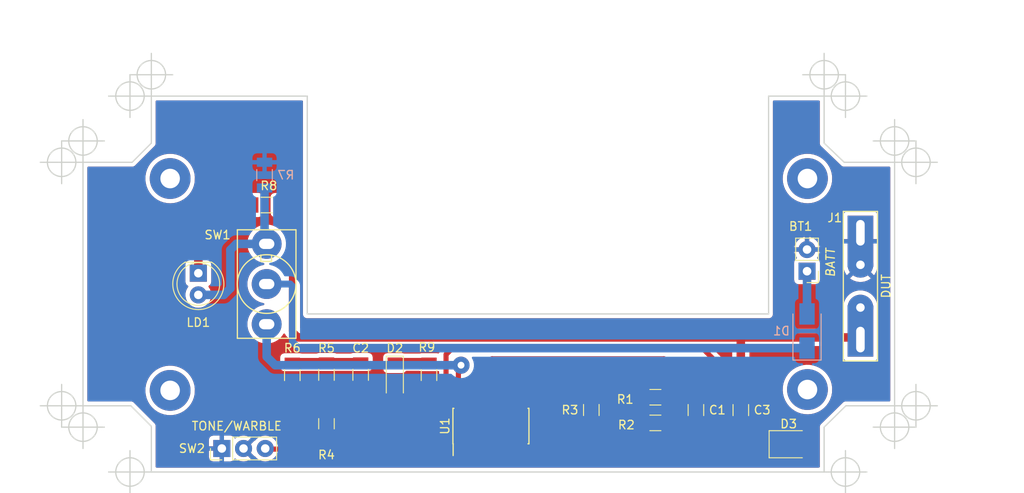
<source format=kicad_pcb>
(kicad_pcb (version 20190907) (host pcbnew "5.99.0-unknown-69e20c7~86~ubuntu18.04.1")

  (general
    (thickness 1.6)
    (drawings 62)
    (tracks 98)
    (modules 21)
    (nets 20)
  )

  (page "USLetter")
  (title_block
    (title "Fox Toner")
    (date "2019-11-03")
    (rev "A")
    (company "https://www.supyrow.com")
  )

  (layers
    (0 "F.Cu" signal)
    (31 "B.Cu" signal)
    (32 "B.Adhes" user)
    (33 "F.Adhes" user)
    (34 "B.Paste" user)
    (35 "F.Paste" user)
    (36 "B.SilkS" user)
    (37 "F.SilkS" user)
    (38 "B.Mask" user)
    (39 "F.Mask" user)
    (40 "Dwgs.User" user)
    (41 "Cmts.User" user)
    (42 "Eco1.User" user)
    (43 "Eco2.User" user)
    (44 "Edge.Cuts" user)
    (45 "Margin" user)
    (46 "B.CrtYd" user)
    (47 "F.CrtYd" user)
    (48 "B.Fab" user)
    (49 "F.Fab" user)
  )

  (setup
    (stackup
      (layer "F.SilkS" (type "Top Silk Screen"))
      (layer "F.Paste" (type "Top Solder Paste"))
      (layer "F.Mask" (type "Top Solder Mask") (thickness 0.01) (color "Green"))
      (layer "F.Cu" (type "copper") (thickness 0.035))
      (layer "dielectric 1" (type "core") (thickness 1.51) (material "FR4") (epsilon_r 4.5) (loss_tangent 0.02))
      (layer "B.Cu" (type "copper") (thickness 0.035))
      (layer "B.Mask" (type "Bottom Solder Mask") (thickness 0.01) (color "Green"))
      (layer "B.Paste" (type "Bottom Solder Paste"))
      (layer "B.SilkS" (type "Bottom Silk Screen") (color "Red"))
      (copper_finish "None")
      (dielectric_constraints no)
    )
    (last_trace_width 0.25)
    (user_trace_width 0.3)
    (user_trace_width 0.6)
    (user_trace_width 0.8)
    (user_trace_width 0.9)
    (user_trace_width 1)
    (user_trace_width 1)
    (user_trace_width 1.1)
    (user_trace_width 1.2)
    (trace_clearance 0.2)
    (zone_clearance 0.508)
    (zone_45_only yes)
    (trace_min 0.2)
    (via_size 0.8)
    (via_drill 0.4)
    (via_min_size 0.4)
    (via_min_drill 0.3)
    (user_via 1.5 1)
    (user_via 2 0.8)
    (user_via 4.7752 2.286)
    (uvia_size 0.3)
    (uvia_drill 0.1)
    (uvias_allowed no)
    (uvia_min_size 0.2)
    (uvia_min_drill 0.1)
    (max_error 0.005)
    (defaults
      (edge_clearance 0.01)
      (edge_cuts_line_width 0.15)
      (courtyard_line_width 0.05)
      (copper_line_width 0.2)
      (copper_text_dims (size 1.5 1.5) (thickness 0.3) keep_upright)
      (silk_line_width 0.15)
      (silk_text_dims (size 1 1) (thickness 0.15) keep_upright)
      (other_layers_line_width 0.1)
      (other_layers_text_dims (size 1 1) (thickness 0.15) keep_upright)
    )
    (pad_size 2 2)
    (pad_drill 1)
    (pad_to_mask_clearance 0.2)
    (aux_axis_origin 0 0)
    (visible_elements FFFFEF7F)
    (pcbplotparams
      (layerselection 0x01000_7fffffff)
      (usegerberextensions false)
      (usegerberattributes false)
      (usegerberadvancedattributes false)
      (creategerberjobfile false)
      (excludeedgelayer false)
      (linewidth 0.100000)
      (plotframeref false)
      (viasonmask true)
      (mode 1)
      (useauxorigin false)
      (hpglpennumber 1)
      (hpglpenspeed 20)
      (hpglpendiameter 15.000000)
      (psnegative false)
      (psa4output false)
      (plotreference true)
      (plotvalue true)
      (plotinvisibletext true)
      (padsonsilk true)
      (subtractmaskfromsilk false)
      (outputformat 5)
      (mirror true)
      (drillshape 2)
      (scaleselection 1)
      (outputdirectory "/crypt-storage1/electronics/DEVELOPMENT/Toner-RevA/toner-reva-SMD/OUTPUT/")
    )
  )

  (net 0 "")
  (net 1 "+9V")
  (net 2 "GND")
  (net 3 "Net-(C1-Pad1)")
  (net 4 "Net-(C1-Pad2)")
  (net 5 "Net-(C2-Pad2)")
  (net 6 "Net-(C2-Pad1)")
  (net 7 "Net-(C3-Pad1)")
  (net 8 "Net-(C3-Pad2)")
  (net 9 "Net-(D1-Pad1)")
  (net 10 "Net-(D2-Pad1)")
  (net 11 "Net-(LD1-Pad1)")
  (net 12 "Net-(LD1-Pad2)")
  (net 13 "Net-(R1-Pad2)")
  (net 14 "Net-(R2-Pad1)")
  (net 15 "Net-(R6-Pad2)")
  (net 16 "Net-(SW1-Pad1)")
  (net 17 "Net-(R3-Pad2)")
  (net 18 "Net-(R4-Pad2)")
  (net 19 "Net-(R4-Pad1)")

  (net_class "Default" "This is the default net class."
    (clearance 0.2)
    (trace_width 0.25)
    (via_dia 0.8)
    (via_drill 0.4)
    (uvia_dia 0.3)
    (uvia_drill 0.1)
    (add_net "+9V")
    (add_net "GND")
    (add_net "Net-(C1-Pad1)")
    (add_net "Net-(C1-Pad2)")
    (add_net "Net-(C2-Pad1)")
    (add_net "Net-(C2-Pad2)")
    (add_net "Net-(C3-Pad1)")
    (add_net "Net-(C3-Pad2)")
    (add_net "Net-(D1-Pad1)")
    (add_net "Net-(D2-Pad1)")
    (add_net "Net-(LD1-Pad1)")
    (add_net "Net-(LD1-Pad2)")
    (add_net "Net-(R1-Pad2)")
    (add_net "Net-(R2-Pad1)")
    (add_net "Net-(R3-Pad2)")
    (add_net "Net-(R4-Pad1)")
    (add_net "Net-(R4-Pad2)")
    (add_net "Net-(R6-Pad2)")
    (add_net "Net-(SW1-Pad1)")
  )

  (module "MyCustomParts:SWITCH-toggle-100SP3T1B1M2QEH" (layer "F.Cu") (tedit 5DCB4D3C) (tstamp 5DC00ECC)
    (at 43.75 43.25 90)
    (path "/5A8F4021")
    (fp_text reference "SW1" (at 5.75 -5.75 180) (layer "F.SilkS")
      (effects (font (size 1 1) (thickness 0.15)))
    )
    (fp_text value "SPDT" (at -5.75 -5.75 180) (layer "F.Fab")
      (effects (font (size 1 1) (thickness 0.15)))
    )
    (fp_line (start 2.65 0.57) (end 3.4 0.57) (layer "F.Fab") (width 0.15))
    (fp_line (start 3.4 -0.68) (end 2.65 -0.68) (layer "F.Fab") (width 0.15))
    (fp_line (start 2.65 -0.68) (end 2.65 0.57) (layer "F.Fab") (width 0.15))
    (fp_line (start -6.35 -3.43) (end -6.35 3.43) (layer "F.Fab") (width 0.15))
    (fp_circle (center 0 0) (end 3.43472 0) (layer "F.Fab") (width 0.15))
    (fp_line (start 6.35 3.43) (end -6.35 3.43) (layer "F.Fab") (width 0.15))
    (fp_line (start 6.35 -3.43) (end 6.35 3.43) (layer "F.Fab") (width 0.15))
    (fp_line (start 6.35 -3.4) (end -6.35 -3.4) (layer "F.Fab") (width 0.15))
    (fp_circle (center 0 0) (end 3.5 0) (layer "F.CrtYd") (width 0.05))
    (fp_line (start -6.75 3.75) (end -6.75 -3.75) (layer "F.CrtYd") (width 0.05))
    (fp_line (start 6.75 3.75) (end -6.75 3.75) (layer "F.CrtYd") (width 0.05))
    (fp_line (start 6.75 -3.75) (end 6.75 3.75) (layer "F.CrtYd") (width 0.05))
    (fp_line (start -6.75 -3.75) (end 6.75 -3.75) (layer "F.CrtYd") (width 0.05))
    (fp_line (start 2.65 0.57) (end 3.4 0.57) (layer "F.SilkS") (width 0.15))
    (fp_line (start 2.65 -0.68) (end 2.65 0.57) (layer "F.SilkS") (width 0.15))
    (fp_line (start 3.4 -0.68) (end 2.65 -0.68) (layer "F.SilkS") (width 0.15))
    (fp_circle (center 0 0) (end -3.43 -0.18) (layer "F.SilkS") (width 0.15))
    (fp_line (start -6.35 -3.43) (end -6.35 3.43) (layer "F.SilkS") (width 0.15))
    (fp_line (start 6.35 -3.43) (end 6.35 3.43) (layer "F.SilkS") (width 0.15))
    (fp_line (start 6.35 -3.43) (end -6.35 -3.43) (layer "F.SilkS") (width 0.15))
    (fp_line (start 6.35 3.43) (end -6.35 3.43) (layer "F.SilkS") (width 0.15))
    (pad "1" thru_hole circle (at -4.7 0 180) (size 3.5 3.5) (drill oval 1.8 1.2) (layers *.Cu *.Mask)
      (net 16 "Net-(SW1-Pad1)"))
    (pad "2" thru_hole circle (at 0 0 180) (size 3.5 3.5) (drill oval 1.8 1.2) (layers *.Cu *.Mask)
      (net 9 "Net-(D1-Pad1)"))
    (pad "3" thru_hole circle (at 4.7 0 180) (size 3.5 3.5) (drill oval 1.8 1.2) (layers *.Cu *.Mask)
      (net 12 "Net-(LD1-Pad2)"))
    (model "${KISYSMINE}/MyPackages3D/Switch_THT/100SPxT1B1M2xE.stp"
      (offset (xyz 0 0 8))
      (scale (xyz 1 1 1))
      (rotate (xyz 0 0 180))
    )
  )

  (module "Resistor_SMD:R_1206_3216Metric" (layer "F.Cu") (tedit 5B301BBD) (tstamp 5DC78618)
    (at 50.75 59.6 -90)
    (descr "Resistor SMD 1206 (3216 Metric), square (rectangular) end terminal, IPC_7351 nominal, (Body size source: http://www.tortai-tech.com/upload/download/2011102023233369053.pdf), generated with kicad-footprint-generator")
    (tags "resistor")
    (path "/5DC767D6")
    (attr smd)
    (fp_text reference "R4" (at 3.65 0 180) (layer "F.SilkS")
      (effects (font (size 1 1) (thickness 0.15)))
    )
    (fp_text value "1M" (at 0 1.82 90) (layer "F.Fab")
      (effects (font (size 1 1) (thickness 0.15)))
    )
    (fp_line (start -1.6 0.8) (end -1.6 -0.8) (layer "F.Fab") (width 0.1))
    (fp_line (start -1.6 -0.8) (end 1.6 -0.8) (layer "F.Fab") (width 0.1))
    (fp_line (start 1.6 -0.8) (end 1.6 0.8) (layer "F.Fab") (width 0.1))
    (fp_line (start 1.6 0.8) (end -1.6 0.8) (layer "F.Fab") (width 0.1))
    (fp_line (start -0.602064 -0.91) (end 0.602064 -0.91) (layer "F.SilkS") (width 0.12))
    (fp_line (start -0.602064 0.91) (end 0.602064 0.91) (layer "F.SilkS") (width 0.12))
    (fp_line (start -2.28 1.12) (end -2.28 -1.12) (layer "F.CrtYd") (width 0.05))
    (fp_line (start -2.28 -1.12) (end 2.28 -1.12) (layer "F.CrtYd") (width 0.05))
    (fp_line (start 2.28 -1.12) (end 2.28 1.12) (layer "F.CrtYd") (width 0.05))
    (fp_line (start 2.28 1.12) (end -2.28 1.12) (layer "F.CrtYd") (width 0.05))
    (fp_text user "%R" (at 0 0 90) (layer "F.Fab")
      (effects (font (size 0.8 0.8) (thickness 0.12)))
    )
    (pad "2" smd roundrect (at 1.4 0 270) (size 1.25 1.75) (layers "F.Cu" "F.Paste" "F.Mask") (roundrect_rratio 0.2)
      (net 18 "Net-(R4-Pad2)"))
    (pad "1" smd roundrect (at -1.4 0 270) (size 1.25 1.75) (layers "F.Cu" "F.Paste" "F.Mask") (roundrect_rratio 0.2)
      (net 19 "Net-(R4-Pad1)"))
    (model "${KISYS3DMOD}/Resistor_SMD.3dshapes/R_1206_3216Metric.wrl"
      (at (xyz 0 0 0))
      (scale (xyz 1 1 1))
      (rotate (xyz 0 0 0))
    )
  )

  (module "Resistor_SMD:R_1206_3216Metric" (layer "F.Cu") (tedit 59FE48B8) (tstamp 5DC00C54)
    (at 89.25 59.505)
    (descr "Resistor SMD 1206 (3216 Metric), square (rectangular) end terminal, IPC_7351 nominal, (Body size source: http://www.tortai-tech.com/upload/download/2011102023233369053.pdf), generated with kicad-footprint-generator")
    (tags "resistor")
    (path "/5A8F4D6A")
    (attr smd)
    (fp_text reference "R2" (at -3.4 0.24) (layer "F.SilkS")
      (effects (font (size 1 1) (thickness 0.15)))
    )
    (fp_text value "2K2" (at 0 1.995) (layer "F.Fab")
      (effects (font (size 1 1) (thickness 0.15)))
    )
    (fp_line (start -1.6 0.8) (end -1.6 -0.8) (layer "F.Fab") (width 0.1))
    (fp_line (start -1.6 -0.8) (end 1.6 -0.8) (layer "F.Fab") (width 0.1))
    (fp_line (start 1.6 -0.8) (end 1.6 0.8) (layer "F.Fab") (width 0.1))
    (fp_line (start 1.6 0.8) (end -1.6 0.8) (layer "F.Fab") (width 0.1))
    (fp_line (start -0.65 -0.91) (end 0.65 -0.91) (layer "F.SilkS") (width 0.12))
    (fp_line (start -0.65 0.91) (end 0.65 0.91) (layer "F.SilkS") (width 0.12))
    (fp_line (start -2.29 1.15) (end -2.29 -1.15) (layer "F.CrtYd") (width 0.05))
    (fp_line (start -2.29 -1.15) (end 2.29 -1.15) (layer "F.CrtYd") (width 0.05))
    (fp_line (start 2.29 -1.15) (end 2.29 1.15) (layer "F.CrtYd") (width 0.05))
    (fp_line (start 2.29 1.15) (end -2.29 1.15) (layer "F.CrtYd") (width 0.05))
    (fp_text user "%R" (at 0 0) (layer "F.Fab")
      (effects (font (size 0.8 0.8) (thickness 0.12)))
    )
    (pad "2" smd rect (at 1.505 0) (size 1.07 1.8) (layers "F.Cu" "F.Paste" "F.Mask")
      (net 4 "Net-(C1-Pad2)"))
    (pad "1" smd rect (at -1.505 0) (size 1.07 1.8) (layers "F.Cu" "F.Paste" "F.Mask")
      (net 14 "Net-(R2-Pad1)"))
    (model "${KISYS3DMOD}/Resistor_SMD.3dshapes/R_1206_3216Metric.wrl"
      (at (xyz 0 0 0))
      (scale (xyz 1 1 1))
      (rotate (xyz 0 0 0))
    )
  )

  (module "LED_THT:LED_D5.0mm_Clear" (layer "F.Cu") (tedit 5DBF5F3B) (tstamp 5DC009FB)
    (at 35.75 43.25 -90)
    (descr "LED, diameter 5.0mm, 2 pins, http://cdn-reichelt.de/documents/datenblatt/A500/LL-504BC2E-009.pdf")
    (tags "LED diameter 5.0mm 2 pins")
    (path "/5A8F4A58")
    (fp_text reference "LD1" (at 4.5 0) (layer "F.SilkS")
      (effects (font (size 1 1) (thickness 0.15)))
    )
    (fp_text value "Bi-Color LED" (at 0 4.4 -90) (layer "F.Fab")
      (effects (font (size 1 1) (thickness 0.15)))
    )
    (fp_arc (start 0 0) (end -2.56 1.54483) (angle -148.9) (layer "F.SilkS") (width 0.12))
    (fp_arc (start 0 0) (end -2.56 -1.54483) (angle 148.9) (layer "F.SilkS") (width 0.12))
    (fp_arc (start 0 0) (end -2.5 -1.469694) (angle 299.1) (layer "F.Fab") (width 0.1))
    (fp_circle (center 0 0) (end 2.5 0) (layer "F.SilkS") (width 0.12))
    (fp_circle (center 0 0) (end 2.5 0) (layer "F.Fab") (width 0.1))
    (fp_line (start 3.23 -3.25) (end -3.22 -3.25) (layer "F.CrtYd") (width 0.05))
    (fp_line (start 3.23 3.25) (end 3.23 -3.25) (layer "F.CrtYd") (width 0.05))
    (fp_line (start -3.22 3.25) (end 3.23 3.25) (layer "F.CrtYd") (width 0.05))
    (fp_line (start -3.22 -3.25) (end -3.22 3.25) (layer "F.CrtYd") (width 0.05))
    (fp_line (start -2.56 -1.545) (end -2.56 1.545) (layer "F.SilkS") (width 0.12))
    (fp_line (start -2.5 -1.469694) (end -2.5 1.469694) (layer "F.Fab") (width 0.1))
    (fp_text user "%R" (at -5 2.4 -90) (layer "F.Fab")
      (effects (font (size 0.8 0.8) (thickness 0.2)))
    )
    (pad "1" thru_hole rect (at -1.27 0 270) (size 2 2) (drill 1) (layers *.Cu *.Mask)
      (net 11 "Net-(LD1-Pad1)"))
    (pad "2" thru_hole circle (at 1.27 0 270) (size 2 2) (drill 1) (layers *.Cu *.Mask)
      (net 12 "Net-(LD1-Pad2)"))
    (model "${KISYS3DMOD}/LED_THT.3dshapes/LED_D5.0mm_Clear.wrl"
      (offset (xyz -1.25 0 0))
      (scale (xyz 1 1 1))
      (rotate (xyz 0 0 0))
    )
  )

  (module "Diode_SMD:D_1210_3225Metric" (layer "F.Cu") (tedit 5B301BBE) (tstamp 5DC00E8D)
    (at 104.85 62)
    (descr "Diode SMD 1210 (3225 Metric), square (rectangular) end terminal, IPC_7351 nominal, (Body size source: http://www.tortai-tech.com/upload/download/2011102023233369053.pdf), generated with kicad-footprint-generator")
    (tags "diode")
    (path "/5A93BAA8")
    (attr smd)
    (fp_text reference "D3" (at 0 -2.375) (layer "F.SilkS")
      (effects (font (size 1 1) (thickness 0.15)))
    )
    (fp_text value "VP4032K122R300	" (at -7.85 2) (layer "F.Fab")
      (effects (font (size 1 1) (thickness 0.15)))
    )
    (fp_text user "%R" (at 0 0) (layer "F.Fab")
      (effects (font (size 0.8 0.8) (thickness 0.12)))
    )
    (fp_line (start 2.28 1.58) (end -2.28 1.58) (layer "F.CrtYd") (width 0.05))
    (fp_line (start 2.28 -1.58) (end 2.28 1.58) (layer "F.CrtYd") (width 0.05))
    (fp_line (start -2.28 -1.58) (end 2.28 -1.58) (layer "F.CrtYd") (width 0.05))
    (fp_line (start -2.28 1.58) (end -2.28 -1.58) (layer "F.CrtYd") (width 0.05))
    (fp_line (start -2.285 1.585) (end 1.6 1.585) (layer "F.SilkS") (width 0.12))
    (fp_line (start -2.285 -1.585) (end -2.285 1.585) (layer "F.SilkS") (width 0.12))
    (fp_line (start 1.6 -1.585) (end -2.285 -1.585) (layer "F.SilkS") (width 0.12))
    (fp_line (start 1.6 1.25) (end 1.6 -1.25) (layer "F.Fab") (width 0.1))
    (fp_line (start -1.6 1.25) (end 1.6 1.25) (layer "F.Fab") (width 0.1))
    (fp_line (start -1.6 -0.625) (end -1.6 1.25) (layer "F.Fab") (width 0.1))
    (fp_line (start -0.975 -1.25) (end -1.6 -0.625) (layer "F.Fab") (width 0.1))
    (fp_line (start 1.6 -1.25) (end -0.975 -1.25) (layer "F.Fab") (width 0.1))
    (pad "2" smd roundrect (at 1.4 0) (size 1.25 2.65) (layers "F.Cu" "F.Paste" "F.Mask") (roundrect_rratio 0.2)
      (net 2 "GND"))
    (pad "1" smd roundrect (at -1.4 0) (size 1.25 2.65) (layers "F.Cu" "F.Paste" "F.Mask") (roundrect_rratio 0.2)
      (net 7 "Net-(C3-Pad1)"))
    (model "${KISYS3DMOD}/Diode_SMD.3dshapes/D_1210_3225Metric.wrl"
      (at (xyz 0 0 0))
      (scale (xyz 1 1 1))
      (rotate (xyz 0 0 0))
    )
  )

  (module "Connector_PinHeader_2.54mm:PinHeader_1x02_P2.54mm_Vertical" (layer "F.Cu") (tedit 5D8D7DDB) (tstamp 5DC00E51)
    (at 107 41.75 180)
    (descr "Through hole straight pin header, 1x02, 2.54mm pitch, single row")
    (tags "Through hole pin header THT 1x02 2.54mm single row")
    (path "/5A8F4226")
    (fp_text reference "BT1" (at 0.75 5.25 180) (layer "F.SilkS")
      (effects (font (size 1 1) (thickness 0.15)))
    )
    (fp_text value "BATT" (at -2.75 1 270) (layer "F.SilkS")
      (effects (font (size 1 1) (thickness 0.15) italic))
    )
    (fp_line (start -0.635 -1.27) (end 1.27 -1.27) (layer "F.Fab") (width 0.1))
    (fp_line (start 1.27 -1.27) (end 1.27 3.81) (layer "F.Fab") (width 0.1))
    (fp_line (start 1.27 3.81) (end -1.27 3.81) (layer "F.Fab") (width 0.1))
    (fp_line (start -1.27 3.81) (end -1.27 -0.635) (layer "F.Fab") (width 0.1))
    (fp_line (start -1.27 -0.635) (end -0.635 -1.27) (layer "F.Fab") (width 0.1))
    (fp_line (start -1.33 3.87) (end 1.33 3.87) (layer "F.SilkS") (width 0.12))
    (fp_line (start -1.33 1.27) (end -1.33 3.87) (layer "F.SilkS") (width 0.12))
    (fp_line (start 1.33 1.27) (end 1.33 3.87) (layer "F.SilkS") (width 0.12))
    (fp_line (start -1.33 1.27) (end 1.33 1.27) (layer "F.SilkS") (width 0.12))
    (fp_line (start -1.33 0) (end -1.33 -1.33) (layer "F.SilkS") (width 0.12))
    (fp_line (start -1.33 -1.33) (end 0 -1.33) (layer "F.SilkS") (width 0.12))
    (fp_line (start -1.8 -1.8) (end -1.8 4.35) (layer "F.CrtYd") (width 0.05))
    (fp_line (start -1.8 4.35) (end 1.8 4.35) (layer "F.CrtYd") (width 0.05))
    (fp_line (start 1.8 4.35) (end 1.8 -1.8) (layer "F.CrtYd") (width 0.05))
    (fp_line (start 1.8 -1.8) (end -1.8 -1.8) (layer "F.CrtYd") (width 0.05))
    (fp_text user "%R" (at -2.79 1.25 270) (layer "F.Fab")
      (effects (font (size 1 1) (thickness 0.15)))
    )
    (pad "2" thru_hole oval (at 0 2.54 180) (size 2 2) (drill 1) (layers *.Cu *.Mask)
      (net 2 "GND"))
    (pad "1" thru_hole rect (at 0 0 180) (size 2 2) (drill 1) (layers *.Cu *.Mask)
      (net 1 "+9V"))
    (model "${KISYS3DMOD}/Connector_PinHeader_2.54mm.3dshapes/PinHeader_1x02_P2.54mm_Vertical.wrl"
      (at (xyz 0 0 0))
      (scale (xyz 1 1 1))
      (rotate (xyz 0 0 0))
    )
  )

  (module "Connector_PinHeader_2.54mm:PinHeader_1x03_P2.54mm_Vertical" (layer "F.Cu") (tedit 5D8D7EB5) (tstamp 5DC00E10)
    (at 38.5 62.5 90)
    (descr "Through hole straight pin header, 1x03, 2.54mm pitch, single row")
    (tags "Through hole pin header THT 1x03 2.54mm single row")
    (path "/5A8F468E")
    (fp_text reference "SW2" (at 0 -3.5) (layer "F.SilkS")
      (effects (font (size 1 1) (thickness 0.15)))
    )
    (fp_text value "TONE/WARBLE" (at 2.625 1.75) (layer "F.SilkS")
      (effects (font (size 1 1) (thickness 0.15)))
    )
    (fp_line (start -0.635 -1.27) (end 1.27 -1.27) (layer "F.Fab") (width 0.1))
    (fp_line (start 1.27 -1.27) (end 1.27 6.35) (layer "F.Fab") (width 0.1))
    (fp_line (start 1.27 6.35) (end -1.27 6.35) (layer "F.Fab") (width 0.1))
    (fp_line (start -1.27 6.35) (end -1.27 -0.635) (layer "F.Fab") (width 0.1))
    (fp_line (start -1.27 -0.635) (end -0.635 -1.27) (layer "F.Fab") (width 0.1))
    (fp_line (start -1.33 6.41) (end 1.33 6.41) (layer "F.SilkS") (width 0.12))
    (fp_line (start -1.33 1.27) (end -1.33 6.41) (layer "F.SilkS") (width 0.12))
    (fp_line (start 1.33 1.27) (end 1.33 6.41) (layer "F.SilkS") (width 0.12))
    (fp_line (start -1.33 1.27) (end 1.33 1.27) (layer "F.SilkS") (width 0.12))
    (fp_line (start -1.33 0) (end -1.33 -1.33) (layer "F.SilkS") (width 0.12))
    (fp_line (start -1.33 -1.33) (end 0 -1.33) (layer "F.SilkS") (width 0.12))
    (fp_line (start -1.8 -1.8) (end -1.8 6.85) (layer "F.CrtYd") (width 0.05))
    (fp_line (start -1.8 6.85) (end 1.8 6.85) (layer "F.CrtYd") (width 0.05))
    (fp_line (start 1.8 6.85) (end 1.8 -1.8) (layer "F.CrtYd") (width 0.05))
    (fp_line (start 1.8 -1.8) (end -1.8 -1.8) (layer "F.CrtYd") (width 0.05))
    (fp_text user "%R" (at 0 -3.5 180) (layer "F.Fab")
      (effects (font (size 1 1) (thickness 0.15)))
    )
    (pad "3" thru_hole circle (at 0 5.08 90) (size 2 2) (drill 1) (layers *.Cu *.Mask)
      (net 15 "Net-(R6-Pad2)"))
    (pad "2" thru_hole circle (at 0 2.54 90) (size 2 2) (drill 1) (layers *.Cu *.Mask)
      (net 2 "GND"))
    (pad "1" thru_hole rect (at 0 0 90) (size 2 2) (drill 1) (layers *.Cu *.Mask)
      (net 2 "GND"))
    (model "${KISYS3DMOD}/Connector_PinHeader_2.54mm.3dshapes/PinHeader_1x03_P2.54mm_Vertical.wrl"
      (at (xyz 0 0 0))
      (scale (xyz 1 1 1))
      (rotate (xyz 0 0 0))
    )
  )

  (module "MyCustomParts:Connector-blade" (layer "F.Cu") (tedit 5D8D7EC8) (tstamp 5DC00DD4)
    (at 113.25 43.5)
    (path "/5A8F4785")
    (fp_text reference "J1" (at -3 -8 180) (layer "F.SilkS")
      (effects (font (size 1 1) (thickness 0.15)))
    )
    (fp_text value "DUT" (at 3 0 270) (layer "F.SilkS")
      (effects (font (size 1 1) (thickness 0.15)))
    )
    (fp_line (start -2 8.75) (end -2 -8.75) (layer "F.SilkS") (width 0.15))
    (fp_line (start 2 8.75) (end -2 8.75) (layer "F.SilkS") (width 0.15))
    (fp_line (start 2 -8.75) (end 2 8.75) (layer "F.SilkS") (width 0.15))
    (fp_line (start -2 -8.75) (end 2 -8.75) (layer "F.SilkS") (width 0.15))
    (fp_line (start -2 -8.75) (end -2 8.75) (layer "F.Fab") (width 0.05))
    (fp_line (start 2 -8.75) (end -2 -8.75) (layer "F.Fab") (width 0.05))
    (fp_line (start 2 8.75) (end 2 -8.75) (layer "F.Fab") (width 0.05))
    (fp_line (start -2 8.75) (end 2 8.75) (layer "F.Fab") (width 0.05))
    (fp_line (start -1.75 8.5) (end -1.75 -8.5) (layer "F.CrtYd") (width 0.05))
    (fp_line (start 1.75 8.5) (end -1.75 8.5) (layer "F.CrtYd") (width 0.05))
    (fp_line (start 1.75 -8.5) (end 1.75 8.5) (layer "F.CrtYd") (width 0.05))
    (fp_line (start -1.75 -8.5) (end 1.75 -8.5) (layer "F.CrtYd") (width 0.05))
    (pad "1" thru_hole rect (at 0 6.25) (size 3 6) (drill oval 1 3 (offset 0 -1)) (layers *.Cu *.Mask)
      (net 8 "Net-(C3-Pad2)"))
    (pad "1" thru_hole circle (at 0 2.5 180) (size 3 3) (drill 1) (layers *.Cu *.Mask)
      (net 8 "Net-(C3-Pad2)"))
    (pad "2" thru_hole circle (at 0 -2.5) (size 3 3) (drill 1) (layers *.Cu *.Mask)
      (net 2 "GND"))
    (pad "2" thru_hole rect (at 0 -6.25 180) (size 3 6) (drill oval 1 3 (offset 0 -1)) (layers *.Cu *.Mask)
      (net 2 "GND"))
  )

  (module "Capacitor_SMD:C_1206_3216Metric" (layer "F.Cu") (tedit 59FE48B8) (tstamp 5DC00DA1)
    (at 93.995 58 -90)
    (descr "Capacitor SMD 1206 (3216 Metric), square (rectangular) end terminal, IPC_7351 nominal, (Body size source: http://www.tortai-tech.com/upload/download/2011102023233369053.pdf), generated with kicad-footprint-generator")
    (tags "capacitor")
    (path "/5A8F4F3A")
    (attr smd)
    (fp_text reference "C1" (at 0 -2.505 180) (layer "F.SilkS")
      (effects (font (size 1 1) (thickness 0.15)))
    )
    (fp_text value "1000pF @ 100V" (at -3 -2.005 90) (layer "F.Fab")
      (effects (font (size 1 1) (thickness 0.15)))
    )
    (fp_text user "%R" (at 0 0 90) (layer "F.Fab")
      (effects (font (size 0.8 0.8) (thickness 0.12)))
    )
    (fp_line (start 2.29 1.15) (end -2.29 1.15) (layer "F.CrtYd") (width 0.05))
    (fp_line (start 2.29 -1.15) (end 2.29 1.15) (layer "F.CrtYd") (width 0.05))
    (fp_line (start -2.29 -1.15) (end 2.29 -1.15) (layer "F.CrtYd") (width 0.05))
    (fp_line (start -2.29 1.15) (end -2.29 -1.15) (layer "F.CrtYd") (width 0.05))
    (fp_line (start -0.65 0.91) (end 0.65 0.91) (layer "F.SilkS") (width 0.12))
    (fp_line (start -0.65 -0.91) (end 0.65 -0.91) (layer "F.SilkS") (width 0.12))
    (fp_line (start 1.6 0.8) (end -1.6 0.8) (layer "F.Fab") (width 0.1))
    (fp_line (start 1.6 -0.8) (end 1.6 0.8) (layer "F.Fab") (width 0.1))
    (fp_line (start -1.6 -0.8) (end 1.6 -0.8) (layer "F.Fab") (width 0.1))
    (fp_line (start -1.6 0.8) (end -1.6 -0.8) (layer "F.Fab") (width 0.1))
    (pad "1" smd rect (at -1.505 0 270) (size 1.07 1.8) (layers "F.Cu" "F.Paste" "F.Mask")
      (net 3 "Net-(C1-Pad1)"))
    (pad "2" smd rect (at 1.505 0 270) (size 1.07 1.8) (layers "F.Cu" "F.Paste" "F.Mask")
      (net 4 "Net-(C1-Pad2)"))
    (model "${KISYS3DMOD}/Capacitor_SMD.3dshapes/C_1206_3216Metric.wrl"
      (at (xyz 0 0 0))
      (scale (xyz 1 1 1))
      (rotate (xyz 0 0 0))
    )
  )

  (module "Capacitor_SMD:C_1206_3216Metric" (layer "F.Cu") (tedit 59FE48B8) (tstamp 5DC00D71)
    (at 54.75 53.875 -90)
    (descr "Capacitor SMD 1206 (3216 Metric), square (rectangular) end terminal, IPC_7351 nominal, (Body size source: http://www.tortai-tech.com/upload/download/2011102023233369053.pdf), generated with kicad-footprint-generator")
    (tags "capacitor")
    (path "/5A8F4FBE")
    (attr smd)
    (fp_text reference "C2" (at -3.125 -0.005 180) (layer "F.SilkS")
      (effects (font (size 1 1) (thickness 0.15)))
    )
    (fp_text value "100nF @ 50V" (at 0.125 1.995 90) (layer "F.Fab")
      (effects (font (size 1 1) (thickness 0.15)))
    )
    (fp_line (start -1.6 0.8) (end -1.6 -0.8) (layer "F.Fab") (width 0.1))
    (fp_line (start -1.6 -0.8) (end 1.6 -0.8) (layer "F.Fab") (width 0.1))
    (fp_line (start 1.6 -0.8) (end 1.6 0.8) (layer "F.Fab") (width 0.1))
    (fp_line (start 1.6 0.8) (end -1.6 0.8) (layer "F.Fab") (width 0.1))
    (fp_line (start -0.65 -0.91) (end 0.65 -0.91) (layer "F.SilkS") (width 0.12))
    (fp_line (start -0.65 0.91) (end 0.65 0.91) (layer "F.SilkS") (width 0.12))
    (fp_line (start -2.29 1.15) (end -2.29 -1.15) (layer "F.CrtYd") (width 0.05))
    (fp_line (start -2.29 -1.15) (end 2.29 -1.15) (layer "F.CrtYd") (width 0.05))
    (fp_line (start 2.29 -1.15) (end 2.29 1.15) (layer "F.CrtYd") (width 0.05))
    (fp_line (start 2.29 1.15) (end -2.29 1.15) (layer "F.CrtYd") (width 0.05))
    (fp_text user "%R" (at 0 0 90) (layer "F.Fab")
      (effects (font (size 0.8 0.8) (thickness 0.12)))
    )
    (pad "2" smd rect (at 1.505 0 270) (size 1.07 1.8) (layers "F.Cu" "F.Paste" "F.Mask")
      (net 5 "Net-(C2-Pad2)"))
    (pad "1" smd rect (at -1.505 0 270) (size 1.07 1.8) (layers "F.Cu" "F.Paste" "F.Mask")
      (net 6 "Net-(C2-Pad1)"))
    (model "${KISYS3DMOD}/Capacitor_SMD.3dshapes/C_1206_3216Metric.wrl"
      (at (xyz 0 0 0))
      (scale (xyz 1 1 1))
      (rotate (xyz 0 0 0))
    )
  )

  (module "Capacitor_SMD:C_1206_3216Metric" (layer "F.Cu") (tedit 59FE48B8) (tstamp 5DC00D41)
    (at 99.25 58.005 90)
    (descr "Capacitor SMD 1206 (3216 Metric), square (rectangular) end terminal, IPC_7351 nominal, (Body size source: http://www.tortai-tech.com/upload/download/2011102023233369053.pdf), generated with kicad-footprint-generator")
    (tags "capacitor")
    (path "/5A8F4F74")
    (attr smd)
    (fp_text reference "C3" (at 0.005 2.5) (layer "F.SilkS")
      (effects (font (size 1 1) (thickness 0.15)))
    )
    (fp_text value "0.1uF @ 250V" (at 2.005 2.05 270) (layer "F.Fab")
      (effects (font (size 1 1) (thickness 0.15)))
    )
    (fp_text user "%R" (at 0 0 270) (layer "F.Fab")
      (effects (font (size 0.8 0.8) (thickness 0.12)))
    )
    (fp_line (start 2.29 1.15) (end -2.29 1.15) (layer "F.CrtYd") (width 0.05))
    (fp_line (start 2.29 -1.15) (end 2.29 1.15) (layer "F.CrtYd") (width 0.05))
    (fp_line (start -2.29 -1.15) (end 2.29 -1.15) (layer "F.CrtYd") (width 0.05))
    (fp_line (start -2.29 1.15) (end -2.29 -1.15) (layer "F.CrtYd") (width 0.05))
    (fp_line (start -0.65 0.91) (end 0.65 0.91) (layer "F.SilkS") (width 0.12))
    (fp_line (start -0.65 -0.91) (end 0.65 -0.91) (layer "F.SilkS") (width 0.12))
    (fp_line (start 1.6 0.8) (end -1.6 0.8) (layer "F.Fab") (width 0.1))
    (fp_line (start 1.6 -0.8) (end 1.6 0.8) (layer "F.Fab") (width 0.1))
    (fp_line (start -1.6 -0.8) (end 1.6 -0.8) (layer "F.Fab") (width 0.1))
    (fp_line (start -1.6 0.8) (end -1.6 -0.8) (layer "F.Fab") (width 0.1))
    (pad "1" smd rect (at -1.505 0 90) (size 1.07 1.8) (layers "F.Cu" "F.Paste" "F.Mask")
      (net 7 "Net-(C3-Pad1)"))
    (pad "2" smd rect (at 1.505 0 90) (size 1.07 1.8) (layers "F.Cu" "F.Paste" "F.Mask")
      (net 8 "Net-(C3-Pad2)"))
    (model "${KISYS3DMOD}/Capacitor_SMD.3dshapes/C_1206_3216Metric.wrl"
      (at (xyz 0 0 0))
      (scale (xyz 1 1 1))
      (rotate (xyz 0 0 0))
    )
  )

  (module "Diode_SMD:D_SMA" (layer "B.Cu") (tedit 586432E5) (tstamp 5DC00D03)
    (at 107 48.75 90)
    (descr "Diode SMA (DO-214AC)")
    (tags "Diode SMA (DO-214AC)")
    (path "/5A8F493D")
    (attr smd)
    (fp_text reference "D1" (at 0 -3) (layer "B.SilkS")
      (effects (font (size 1 1) (thickness 0.15)) (justify mirror))
    )
    (fp_text value "S1M" (at -2 -3.5 180) (layer "B.Fab")
      (effects (font (size 1 1) (thickness 0.15)) (justify mirror))
    )
    (fp_line (start -3.4 1.65) (end 2 1.65) (layer "B.SilkS") (width 0.12))
    (fp_line (start -3.4 -1.65) (end 2 -1.65) (layer "B.SilkS") (width 0.12))
    (fp_line (start -0.64944 -0.00102) (end 0.50118 0.79908) (layer "B.Fab") (width 0.1))
    (fp_line (start -0.64944 -0.00102) (end 0.50118 -0.75032) (layer "B.Fab") (width 0.1))
    (fp_line (start 0.50118 -0.75032) (end 0.50118 0.79908) (layer "B.Fab") (width 0.1))
    (fp_line (start -0.64944 0.79908) (end -0.64944 -0.80112) (layer "B.Fab") (width 0.1))
    (fp_line (start 0.50118 -0.00102) (end 1.4994 -0.00102) (layer "B.Fab") (width 0.1))
    (fp_line (start -0.64944 -0.00102) (end -1.55114 -0.00102) (layer "B.Fab") (width 0.1))
    (fp_line (start -3.5 -1.75) (end -3.5 1.75) (layer "B.CrtYd") (width 0.05))
    (fp_line (start 3.5 -1.75) (end -3.5 -1.75) (layer "B.CrtYd") (width 0.05))
    (fp_line (start 3.5 1.75) (end 3.5 -1.75) (layer "B.CrtYd") (width 0.05))
    (fp_line (start -3.5 1.75) (end 3.5 1.75) (layer "B.CrtYd") (width 0.05))
    (fp_line (start 2.3 1.5) (end -2.3 1.5) (layer "B.Fab") (width 0.1))
    (fp_line (start 2.3 1.5) (end 2.3 -1.5) (layer "B.Fab") (width 0.1))
    (fp_line (start -2.3 -1.5) (end -2.3 1.5) (layer "B.Fab") (width 0.1))
    (fp_line (start 2.3 -1.5) (end -2.3 -1.5) (layer "B.Fab") (width 0.1))
    (fp_line (start -3.4 1.65) (end -3.4 -1.65) (layer "B.SilkS") (width 0.12))
    (fp_text user "%R" (at 0 -3 180) (layer "B.Fab")
      (effects (font (size 1 1) (thickness 0.15)) (justify mirror))
    )
    (pad "1" smd rect (at -2 0 90) (size 2.5 1.8) (layers "B.Cu" "B.Paste" "B.Mask")
      (net 9 "Net-(D1-Pad1)"))
    (pad "2" smd rect (at 2 0 90) (size 2.5 1.8) (layers "B.Cu" "B.Paste" "B.Mask")
      (net 1 "+9V"))
    (model "${KISYS3DMOD}/Diode_SMD.3dshapes/D_SMA.wrl"
      (at (xyz 0 0 0))
      (scale (xyz 1 1 1))
      (rotate (xyz 0 0 0))
    )
  )

  (module "Diode_SMD:D_MiniMELF" (layer "F.Cu") (tedit 5905D8F5) (tstamp 5DC00CBC)
    (at 58.75 54.25 -90)
    (descr "Diode Mini-MELF")
    (tags "Diode Mini-MELF")
    (path "/5A8F4890")
    (attr smd)
    (fp_text reference "D2" (at -3.5 0 180) (layer "F.SilkS")
      (effects (font (size 1 1) (thickness 0.15)))
    )
    (fp_text value "LL4148" (at 5.5 0 90) (layer "F.Fab")
      (effects (font (size 1 1) (thickness 0.15)))
    )
    (fp_line (start -2.65 1.1) (end -2.65 -1.1) (layer "F.CrtYd") (width 0.05))
    (fp_line (start 2.65 1.1) (end -2.65 1.1) (layer "F.CrtYd") (width 0.05))
    (fp_line (start 2.65 -1.1) (end 2.65 1.1) (layer "F.CrtYd") (width 0.05))
    (fp_line (start -2.65 -1.1) (end 2.65 -1.1) (layer "F.CrtYd") (width 0.05))
    (fp_line (start -0.75 0) (end -0.35 0) (layer "F.Fab") (width 0.1))
    (fp_line (start -0.35 0) (end -0.35 -0.55) (layer "F.Fab") (width 0.1))
    (fp_line (start -0.35 0) (end -0.35 0.55) (layer "F.Fab") (width 0.1))
    (fp_line (start -0.35 0) (end 0.25 -0.4) (layer "F.Fab") (width 0.1))
    (fp_line (start 0.25 -0.4) (end 0.25 0.4) (layer "F.Fab") (width 0.1))
    (fp_line (start 0.25 0.4) (end -0.35 0) (layer "F.Fab") (width 0.1))
    (fp_line (start 0.25 0) (end 0.75 0) (layer "F.Fab") (width 0.1))
    (fp_line (start -1.65 -0.8) (end 1.65 -0.8) (layer "F.Fab") (width 0.1))
    (fp_line (start -1.65 0.8) (end -1.65 -0.8) (layer "F.Fab") (width 0.1))
    (fp_line (start 1.65 0.8) (end -1.65 0.8) (layer "F.Fab") (width 0.1))
    (fp_line (start 1.65 -0.8) (end 1.65 0.8) (layer "F.Fab") (width 0.1))
    (fp_line (start -2.55 1) (end 1.75 1) (layer "F.SilkS") (width 0.12))
    (fp_line (start -2.55 -1) (end -2.55 1) (layer "F.SilkS") (width 0.12))
    (fp_line (start 1.75 -1) (end -2.55 -1) (layer "F.SilkS") (width 0.12))
    (fp_text user "%R" (at -3.75 0 90) (layer "F.Fab")
      (effects (font (size 1 1) (thickness 0.15)))
    )
    (pad "1" smd rect (at -1.75 0 270) (size 1.3 1.7) (layers "F.Cu" "F.Paste" "F.Mask")
      (net 10 "Net-(D2-Pad1)"))
    (pad "2" smd rect (at 1.75 0 270) (size 1.3 1.7) (layers "F.Cu" "F.Paste" "F.Mask")
      (net 5 "Net-(C2-Pad2)"))
    (model "${KISYS3DMOD}/Diode_SMD.3dshapes/D_MiniMELF.wrl"
      (at (xyz 0 0 0))
      (scale (xyz 1 1 1))
      (rotate (xyz 0 0 0))
    )
  )

  (module "Resistor_SMD:R_1206_3216Metric" (layer "F.Cu") (tedit 59FE48B8) (tstamp 5DC00C84)
    (at 89.25 56.5 180)
    (descr "Resistor SMD 1206 (3216 Metric), square (rectangular) end terminal, IPC_7351 nominal, (Body size source: http://www.tortai-tech.com/upload/download/2011102023233369053.pdf), generated with kicad-footprint-generator")
    (tags "resistor")
    (path "/5A8F4D1E")
    (attr smd)
    (fp_text reference "R1" (at 3.53 -0.25) (layer "F.SilkS")
      (effects (font (size 1 1) (thickness 0.15)))
    )
    (fp_text value "620K" (at 0 2) (layer "F.Fab")
      (effects (font (size 1 1) (thickness 0.15)))
    )
    (fp_text user "%R" (at 0 0) (layer "F.Fab")
      (effects (font (size 0.8 0.8) (thickness 0.12)))
    )
    (fp_line (start 2.29 1.15) (end -2.29 1.15) (layer "F.CrtYd") (width 0.05))
    (fp_line (start 2.29 -1.15) (end 2.29 1.15) (layer "F.CrtYd") (width 0.05))
    (fp_line (start -2.29 -1.15) (end 2.29 -1.15) (layer "F.CrtYd") (width 0.05))
    (fp_line (start -2.29 1.15) (end -2.29 -1.15) (layer "F.CrtYd") (width 0.05))
    (fp_line (start -0.65 0.91) (end 0.65 0.91) (layer "F.SilkS") (width 0.12))
    (fp_line (start -0.65 -0.91) (end 0.65 -0.91) (layer "F.SilkS") (width 0.12))
    (fp_line (start 1.6 0.8) (end -1.6 0.8) (layer "F.Fab") (width 0.1))
    (fp_line (start 1.6 -0.8) (end 1.6 0.8) (layer "F.Fab") (width 0.1))
    (fp_line (start -1.6 -0.8) (end 1.6 -0.8) (layer "F.Fab") (width 0.1))
    (fp_line (start -1.6 0.8) (end -1.6 -0.8) (layer "F.Fab") (width 0.1))
    (pad "1" smd rect (at -1.505 0 180) (size 1.07 1.8) (layers "F.Cu" "F.Paste" "F.Mask")
      (net 3 "Net-(C1-Pad1)"))
    (pad "2" smd rect (at 1.505 0 180) (size 1.07 1.8) (layers "F.Cu" "F.Paste" "F.Mask")
      (net 13 "Net-(R1-Pad2)"))
    (model "${KISYS3DMOD}/Resistor_SMD.3dshapes/R_1206_3216Metric.wrl"
      (at (xyz 0 0 0))
      (scale (xyz 1 1 1))
      (rotate (xyz 0 0 0))
    )
  )

  (module "Resistor_SMD:R_1206_3216Metric" (layer "F.Cu") (tedit 59FE48B8) (tstamp 5DC00C24)
    (at 81.75 57.995 90)
    (descr "Resistor SMD 1206 (3216 Metric), square (rectangular) end terminal, IPC_7351 nominal, (Body size source: http://www.tortai-tech.com/upload/download/2011102023233369053.pdf), generated with kicad-footprint-generator")
    (tags "resistor")
    (path "/5A8F4CCD")
    (attr smd)
    (fp_text reference "R3" (at -0.005 -2.5 180) (layer "F.SilkS")
      (effects (font (size 1 1) (thickness 0.15)))
    )
    (fp_text value "100R" (at 0.005 1.875 90) (layer "F.Fab")
      (effects (font (size 1 1) (thickness 0.15)))
    )
    (fp_line (start -1.6 0.8) (end -1.6 -0.8) (layer "F.Fab") (width 0.1))
    (fp_line (start -1.6 -0.8) (end 1.6 -0.8) (layer "F.Fab") (width 0.1))
    (fp_line (start 1.6 -0.8) (end 1.6 0.8) (layer "F.Fab") (width 0.1))
    (fp_line (start 1.6 0.8) (end -1.6 0.8) (layer "F.Fab") (width 0.1))
    (fp_line (start -0.65 -0.91) (end 0.65 -0.91) (layer "F.SilkS") (width 0.12))
    (fp_line (start -0.65 0.91) (end 0.65 0.91) (layer "F.SilkS") (width 0.12))
    (fp_line (start -2.29 1.15) (end -2.29 -1.15) (layer "F.CrtYd") (width 0.05))
    (fp_line (start -2.29 -1.15) (end 2.29 -1.15) (layer "F.CrtYd") (width 0.05))
    (fp_line (start 2.29 -1.15) (end 2.29 1.15) (layer "F.CrtYd") (width 0.05))
    (fp_line (start 2.29 1.15) (end -2.29 1.15) (layer "F.CrtYd") (width 0.05))
    (fp_text user "%R" (at 0 0 90) (layer "F.Fab")
      (effects (font (size 0.8 0.8) (thickness 0.12)))
    )
    (pad "2" smd rect (at 1.505 0 90) (size 1.07 1.8) (layers "F.Cu" "F.Paste" "F.Mask")
      (net 17 "Net-(R3-Pad2)"))
    (pad "1" smd rect (at -1.505 0 90) (size 1.07 1.8) (layers "F.Cu" "F.Paste" "F.Mask")
      (net 7 "Net-(C3-Pad1)"))
    (model "${KISYS3DMOD}/Resistor_SMD.3dshapes/R_1206_3216Metric.wrl"
      (at (xyz 0 0 0))
      (scale (xyz 1 1 1))
      (rotate (xyz 0 0 0))
    )
  )

  (module "Resistor_SMD:R_1206_3216Metric" (layer "F.Cu") (tedit 59FE48B8) (tstamp 5DC00BF4)
    (at 50.75 53.875 -90)
    (descr "Resistor SMD 1206 (3216 Metric), square (rectangular) end terminal, IPC_7351 nominal, (Body size source: http://www.tortai-tech.com/upload/download/2011102023233369053.pdf), generated with kicad-footprint-generator")
    (tags "resistor")
    (path "/5A8F4E60")
    (attr smd)
    (fp_text reference "R5" (at -3.125 0 180) (layer "F.SilkS")
      (effects (font (size 1 1) (thickness 0.15)))
    )
    (fp_text value "1M" (at 4.375 0 90) (layer "F.Fab")
      (effects (font (size 1 1) (thickness 0.15)))
    )
    (fp_line (start -1.6 0.8) (end -1.6 -0.8) (layer "F.Fab") (width 0.1))
    (fp_line (start -1.6 -0.8) (end 1.6 -0.8) (layer "F.Fab") (width 0.1))
    (fp_line (start 1.6 -0.8) (end 1.6 0.8) (layer "F.Fab") (width 0.1))
    (fp_line (start 1.6 0.8) (end -1.6 0.8) (layer "F.Fab") (width 0.1))
    (fp_line (start -0.65 -0.91) (end 0.65 -0.91) (layer "F.SilkS") (width 0.12))
    (fp_line (start -0.65 0.91) (end 0.65 0.91) (layer "F.SilkS") (width 0.12))
    (fp_line (start -2.29 1.15) (end -2.29 -1.15) (layer "F.CrtYd") (width 0.05))
    (fp_line (start -2.29 -1.15) (end 2.29 -1.15) (layer "F.CrtYd") (width 0.05))
    (fp_line (start 2.29 -1.15) (end 2.29 1.15) (layer "F.CrtYd") (width 0.05))
    (fp_line (start 2.29 1.15) (end -2.29 1.15) (layer "F.CrtYd") (width 0.05))
    (fp_text user "%R" (at 0 0 90) (layer "F.Fab")
      (effects (font (size 0.8 0.8) (thickness 0.12)))
    )
    (pad "2" smd rect (at 1.505 0 270) (size 1.07 1.8) (layers "F.Cu" "F.Paste" "F.Mask")
      (net 19 "Net-(R4-Pad1)"))
    (pad "1" smd rect (at -1.505 0 270) (size 1.07 1.8) (layers "F.Cu" "F.Paste" "F.Mask")
      (net 6 "Net-(C2-Pad1)"))
    (model "${KISYS3DMOD}/Resistor_SMD.3dshapes/R_1206_3216Metric.wrl"
      (at (xyz 0 0 0))
      (scale (xyz 1 1 1))
      (rotate (xyz 0 0 0))
    )
  )

  (module "Resistor_SMD:R_1206_3216Metric" (layer "F.Cu") (tedit 59FE48B8) (tstamp 5DC00BC4)
    (at 46.75 53.905 -90)
    (descr "Resistor SMD 1206 (3216 Metric), square (rectangular) end terminal, IPC_7351 nominal, (Body size source: http://www.tortai-tech.com/upload/download/2011102023233369053.pdf), generated with kicad-footprint-generator")
    (tags "resistor")
    (path "/5A8F4E0B")
    (attr smd)
    (fp_text reference "R6" (at -3.155 0) (layer "F.SilkS")
      (effects (font (size 1 1) (thickness 0.15)))
    )
    (fp_text value "21K" (at 3.845 0 90) (layer "F.Fab")
      (effects (font (size 1 1) (thickness 0.15)))
    )
    (fp_text user "%R" (at 0 0 -90) (layer "F.Fab")
      (effects (font (size 0.8 0.8) (thickness 0.12)))
    )
    (fp_line (start 2.29 1.15) (end -2.29 1.15) (layer "F.CrtYd") (width 0.05))
    (fp_line (start 2.29 -1.15) (end 2.29 1.15) (layer "F.CrtYd") (width 0.05))
    (fp_line (start -2.29 -1.15) (end 2.29 -1.15) (layer "F.CrtYd") (width 0.05))
    (fp_line (start -2.29 1.15) (end -2.29 -1.15) (layer "F.CrtYd") (width 0.05))
    (fp_line (start -0.65 0.91) (end 0.65 0.91) (layer "F.SilkS") (width 0.12))
    (fp_line (start -0.65 -0.91) (end 0.65 -0.91) (layer "F.SilkS") (width 0.12))
    (fp_line (start 1.6 0.8) (end -1.6 0.8) (layer "F.Fab") (width 0.1))
    (fp_line (start 1.6 -0.8) (end 1.6 0.8) (layer "F.Fab") (width 0.1))
    (fp_line (start -1.6 -0.8) (end 1.6 -0.8) (layer "F.Fab") (width 0.1))
    (fp_line (start -1.6 0.8) (end -1.6 -0.8) (layer "F.Fab") (width 0.1))
    (pad "1" smd rect (at -1.505 0 270) (size 1.07 1.8) (layers "F.Cu" "F.Paste" "F.Mask")
      (net 6 "Net-(C2-Pad1)"))
    (pad "2" smd rect (at 1.505 0 270) (size 1.07 1.8) (layers "F.Cu" "F.Paste" "F.Mask")
      (net 15 "Net-(R6-Pad2)"))
    (model "${KISYS3DMOD}/Resistor_SMD.3dshapes/R_1206_3216Metric.wrl"
      (at (xyz 0 0 0))
      (scale (xyz 1 1 1))
      (rotate (xyz 0 0 0))
    )
  )

  (module "Resistor_SMD:R_1206_3216Metric" (layer "B.Cu") (tedit 59FE48B8) (tstamp 5DC00B94)
    (at 43.5 30.5 90)
    (descr "Resistor SMD 1206 (3216 Metric), square (rectangular) end terminal, IPC_7351 nominal, (Body size source: http://www.tortai-tech.com/upload/download/2011102023233369053.pdf), generated with kicad-footprint-generator")
    (tags "resistor")
    (path "/5A8F4AFD")
    (attr smd)
    (fp_text reference "R7" (at 0 2.5) (layer "B.SilkS")
      (effects (font (size 1 1) (thickness 0.15)) (justify mirror))
    )
    (fp_text value "21K" (at 0 -2.75 180) (layer "B.Fab")
      (effects (font (size 1 1) (thickness 0.15)) (justify mirror))
    )
    (fp_line (start -1.6 -0.8) (end -1.6 0.8) (layer "B.Fab") (width 0.1))
    (fp_line (start -1.6 0.8) (end 1.6 0.8) (layer "B.Fab") (width 0.1))
    (fp_line (start 1.6 0.8) (end 1.6 -0.8) (layer "B.Fab") (width 0.1))
    (fp_line (start 1.6 -0.8) (end -1.6 -0.8) (layer "B.Fab") (width 0.1))
    (fp_line (start -0.65 0.91) (end 0.65 0.91) (layer "B.SilkS") (width 0.12))
    (fp_line (start -0.65 -0.91) (end 0.65 -0.91) (layer "B.SilkS") (width 0.12))
    (fp_line (start -2.29 -1.15) (end -2.29 1.15) (layer "B.CrtYd") (width 0.05))
    (fp_line (start -2.29 1.15) (end 2.29 1.15) (layer "B.CrtYd") (width 0.05))
    (fp_line (start 2.29 1.15) (end 2.29 -1.15) (layer "B.CrtYd") (width 0.05))
    (fp_line (start 2.29 -1.15) (end -2.29 -1.15) (layer "B.CrtYd") (width 0.05))
    (fp_text user "%R" (at 0 0 90) (layer "B.Fab")
      (effects (font (size 0.8 0.8) (thickness 0.12)) (justify mirror))
    )
    (pad "2" smd rect (at 1.505 0 90) (size 1.07 1.8) (layers "B.Cu" "B.Paste" "B.Mask")
      (net 2 "GND"))
    (pad "1" smd rect (at -1.505 0 90) (size 1.07 1.8) (layers "B.Cu" "B.Paste" "B.Mask")
      (net 12 "Net-(LD1-Pad2)"))
    (model "${KISYS3DMOD}/Resistor_SMD.3dshapes/R_1206_3216Metric.wrl"
      (at (xyz 0 0 0))
      (scale (xyz 1 1 1))
      (rotate (xyz 0 0 0))
    )
  )

  (module "Resistor_SMD:R_1206_3216Metric" (layer "F.Cu") (tedit 59FE48B8) (tstamp 5DC00B64)
    (at 43.75 34 180)
    (descr "Resistor SMD 1206 (3216 Metric), square (rectangular) end terminal, IPC_7351 nominal, (Body size source: http://www.tortai-tech.com/upload/download/2011102023233369053.pdf), generated with kicad-footprint-generator")
    (tags "resistor")
    (path "/5A8F4AD5")
    (attr smd)
    (fp_text reference "R8" (at -0.25 2.25) (layer "F.SilkS")
      (effects (font (size 1 1) (thickness 0.15)))
    )
    (fp_text value "22K" (at 0.25 -2.005 180) (layer "F.Fab")
      (effects (font (size 1 1) (thickness 0.15)))
    )
    (fp_text user "%R" (at 0 0 180) (layer "F.Fab")
      (effects (font (size 0.8 0.8) (thickness 0.12)))
    )
    (fp_line (start 2.29 1.15) (end -2.29 1.15) (layer "F.CrtYd") (width 0.05))
    (fp_line (start 2.29 -1.15) (end 2.29 1.15) (layer "F.CrtYd") (width 0.05))
    (fp_line (start -2.29 -1.15) (end 2.29 -1.15) (layer "F.CrtYd") (width 0.05))
    (fp_line (start -2.29 1.15) (end -2.29 -1.15) (layer "F.CrtYd") (width 0.05))
    (fp_line (start -0.65 0.91) (end 0.65 0.91) (layer "F.SilkS") (width 0.12))
    (fp_line (start -0.65 -0.91) (end 0.65 -0.91) (layer "F.SilkS") (width 0.12))
    (fp_line (start 1.6 0.8) (end -1.6 0.8) (layer "F.Fab") (width 0.1))
    (fp_line (start 1.6 -0.8) (end 1.6 0.8) (layer "F.Fab") (width 0.1))
    (fp_line (start -1.6 -0.8) (end 1.6 -0.8) (layer "F.Fab") (width 0.1))
    (fp_line (start -1.6 0.8) (end -1.6 -0.8) (layer "F.Fab") (width 0.1))
    (pad "1" smd rect (at -1.505 0 180) (size 1.07 1.8) (layers "F.Cu" "F.Paste" "F.Mask")
      (net 8 "Net-(C3-Pad2)"))
    (pad "2" smd rect (at 1.505 0 180) (size 1.07 1.8) (layers "F.Cu" "F.Paste" "F.Mask")
      (net 11 "Net-(LD1-Pad1)"))
    (model "${KISYS3DMOD}/Resistor_SMD.3dshapes/R_1206_3216Metric.wrl"
      (at (xyz 0 0 0))
      (scale (xyz 1 1 1))
      (rotate (xyz 0 0 0))
    )
  )

  (module "Resistor_SMD:R_1206_3216Metric" (layer "F.Cu") (tedit 59FE48B8) (tstamp 5DC00B34)
    (at 62.75 53.9 -90)
    (descr "Resistor SMD 1206 (3216 Metric), square (rectangular) end terminal, IPC_7351 nominal, (Body size source: http://www.tortai-tech.com/upload/download/2011102023233369053.pdf), generated with kicad-footprint-generator")
    (tags "resistor")
    (path "/5A8F4BBE")
    (attr smd)
    (fp_text reference "R9" (at -3.25 0.25 180) (layer "F.SilkS")
      (effects (font (size 1 1) (thickness 0.15)))
    )
    (fp_text value "2K2" (at 4.1 0 90) (layer "F.Fab")
      (effects (font (size 1 1) (thickness 0.15)))
    )
    (fp_text user "%R" (at 0 0 90) (layer "F.Fab")
      (effects (font (size 0.8 0.8) (thickness 0.12)))
    )
    (fp_line (start 2.29 1.15) (end -2.29 1.15) (layer "F.CrtYd") (width 0.05))
    (fp_line (start 2.29 -1.15) (end 2.29 1.15) (layer "F.CrtYd") (width 0.05))
    (fp_line (start -2.29 -1.15) (end 2.29 -1.15) (layer "F.CrtYd") (width 0.05))
    (fp_line (start -2.29 1.15) (end -2.29 -1.15) (layer "F.CrtYd") (width 0.05))
    (fp_line (start -0.65 0.91) (end 0.65 0.91) (layer "F.SilkS") (width 0.12))
    (fp_line (start -0.65 -0.91) (end 0.65 -0.91) (layer "F.SilkS") (width 0.12))
    (fp_line (start 1.6 0.8) (end -1.6 0.8) (layer "F.Fab") (width 0.1))
    (fp_line (start 1.6 -0.8) (end 1.6 0.8) (layer "F.Fab") (width 0.1))
    (fp_line (start -1.6 -0.8) (end 1.6 -0.8) (layer "F.Fab") (width 0.1))
    (fp_line (start -1.6 0.8) (end -1.6 -0.8) (layer "F.Fab") (width 0.1))
    (pad "1" smd rect (at -1.505 0 270) (size 1.07 1.8) (layers "F.Cu" "F.Paste" "F.Mask")
      (net 10 "Net-(D2-Pad1)"))
    (pad "2" smd rect (at 1.505 0 270) (size 1.07 1.8) (layers "F.Cu" "F.Paste" "F.Mask")
      (net 4 "Net-(C1-Pad2)"))
    (model "${KISYS3DMOD}/Resistor_SMD.3dshapes/R_1206_3216Metric.wrl"
      (at (xyz 0 0 0))
      (scale (xyz 1 1 1))
      (rotate (xyz 0 0 0))
    )
  )

  (module "Package_SO:SOIC-14_3.9x8.7mm_P1.27mm" (layer "F.Cu") (tedit 5A02F2D3) (tstamp 5DC00AE0)
    (at 70 59.875 90)
    (descr "14-Lead Plastic Small Outline (SL) - Narrow, 3.90 mm Body [SOIC] (see Microchip Packaging Specification 00000049BS.pdf)")
    (tags "SOIC 1.27")
    (path "/5A8F7B6E")
    (attr smd)
    (fp_text reference "U1" (at 0 -5.375 90) (layer "F.SilkS")
      (effects (font (size 1 1) (thickness 0.15)))
    )
    (fp_text value "CD4069UBM" (at -4.625 -0.75 180) (layer "F.Fab")
      (effects (font (size 1 1) (thickness 0.15)))
    )
    (fp_line (start -2.075 -4.425) (end -3.45 -4.425) (layer "F.SilkS") (width 0.15))
    (fp_line (start -2.075 4.45) (end 2.075 4.45) (layer "F.SilkS") (width 0.15))
    (fp_line (start -2.075 -4.45) (end 2.075 -4.45) (layer "F.SilkS") (width 0.15))
    (fp_line (start -2.075 4.45) (end -2.075 4.335) (layer "F.SilkS") (width 0.15))
    (fp_line (start 2.075 4.45) (end 2.075 4.335) (layer "F.SilkS") (width 0.15))
    (fp_line (start 2.075 -4.45) (end 2.075 -4.335) (layer "F.SilkS") (width 0.15))
    (fp_line (start -2.075 -4.45) (end -2.075 -4.425) (layer "F.SilkS") (width 0.15))
    (fp_line (start -3.7 4.65) (end 3.7 4.65) (layer "F.CrtYd") (width 0.05))
    (fp_line (start -3.7 -4.65) (end 3.7 -4.65) (layer "F.CrtYd") (width 0.05))
    (fp_line (start 3.7 -4.65) (end 3.7 4.65) (layer "F.CrtYd") (width 0.05))
    (fp_line (start -3.7 -4.65) (end -3.7 4.65) (layer "F.CrtYd") (width 0.05))
    (fp_line (start -1.95 -3.35) (end -0.95 -4.35) (layer "F.Fab") (width 0.15))
    (fp_line (start -1.95 4.35) (end -1.95 -3.35) (layer "F.Fab") (width 0.15))
    (fp_line (start 1.95 4.35) (end -1.95 4.35) (layer "F.Fab") (width 0.15))
    (fp_line (start 1.95 -4.35) (end 1.95 4.35) (layer "F.Fab") (width 0.15))
    (fp_line (start -0.95 -4.35) (end 1.95 -4.35) (layer "F.Fab") (width 0.15))
    (fp_text user "%R" (at 0 0) (layer "F.Fab")
      (effects (font (size 0.9 0.9) (thickness 0.135)))
    )
    (pad "1" smd rect (at -2.7 -3.81 90) (size 1.5 0.6) (layers "F.Cu" "F.Paste" "F.Mask")
      (net 15 "Net-(R6-Pad2)"))
    (pad "2" smd rect (at -2.7 -2.54 90) (size 1.5 0.6) (layers "F.Cu" "F.Paste" "F.Mask")
      (net 18 "Net-(R4-Pad2)"))
    (pad "3" smd rect (at -2.7 -1.27 90) (size 1.5 0.6) (layers "F.Cu" "F.Paste" "F.Mask")
      (net 18 "Net-(R4-Pad2)"))
    (pad "4" smd rect (at -2.7 0 90) (size 1.5 0.6) (layers "F.Cu" "F.Paste" "F.Mask")
      (net 5 "Net-(C2-Pad2)"))
    (pad "5" smd rect (at -2.7 1.27 90) (size 1.5 0.6) (layers "F.Cu" "F.Paste" "F.Mask")
      (net 14 "Net-(R2-Pad1)"))
    (pad "6" smd rect (at -2.7 2.54 90) (size 1.5 0.6) (layers "F.Cu" "F.Paste" "F.Mask")
      (net 17 "Net-(R3-Pad2)"))
    (pad "7" smd rect (at -2.7 3.81 90) (size 1.5 0.6) (layers "F.Cu" "F.Paste" "F.Mask")
      (net 2 "GND"))
    (pad "8" smd rect (at 2.7 3.81 90) (size 1.5 0.6) (layers "F.Cu" "F.Paste" "F.Mask")
      (net 17 "Net-(R3-Pad2)"))
    (pad "9" smd rect (at 2.7 2.54 90) (size 1.5 0.6) (layers "F.Cu" "F.Paste" "F.Mask")
      (net 14 "Net-(R2-Pad1)"))
    (pad "10" smd rect (at 2.7 1.27 90) (size 1.5 0.6) (layers "F.Cu" "F.Paste" "F.Mask")
      (net 14 "Net-(R2-Pad1)"))
    (pad "11" smd rect (at 2.7 0 90) (size 1.5 0.6) (layers "F.Cu" "F.Paste" "F.Mask")
      (net 13 "Net-(R1-Pad2)"))
    (pad "12" smd rect (at 2.7 -1.27 90) (size 1.5 0.6) (layers "F.Cu" "F.Paste" "F.Mask")
      (net 13 "Net-(R1-Pad2)"))
    (pad "13" smd rect (at 2.7 -2.54 90) (size 1.5 0.6) (layers "F.Cu" "F.Paste" "F.Mask")
      (net 3 "Net-(C1-Pad1)"))
    (pad "14" smd rect (at 2.7 -3.81 90) (size 1.5 0.6) (layers "F.Cu" "F.Paste" "F.Mask")
      (net 16 "Net-(SW1-Pad1)"))
    (model "${KISYS3DMOD}/Package_SO.3dshapes/SOIC-14_3.9x8.7mm_P1.27mm.wrl"
      (at (xyz 0 0 0))
      (scale (xyz 1 1 1))
      (rotate (xyz 0 0 0))
    )
  )

  (dimension 22 (width 0.1) (layer "Dwgs.User")
    (gr_text "22.000 mm" (at 131 32.25 270) (layer "Dwgs.User")
      (effects (font (size 1 1) (thickness 0.15)))
    )
    (feature1 (pts (xy 17.5 43.25) (xy 130.336421 43.25)))
    (feature2 (pts (xy 17.5 21.25) (xy 130.336421 21.25)))
    (crossbar (pts (xy 129.75 21.25) (xy 129.75 43.25)))
    (arrow1a (pts (xy 129.75 43.25) (xy 129.163579 42.123496)))
    (arrow1b (pts (xy 129.75 43.25) (xy 130.336421 42.123496)))
    (arrow2a (pts (xy 129.75 21.25) (xy 129.163579 22.376504)))
    (arrow2b (pts (xy 129.75 21.25) (xy 130.336421 22.376504)))
  )
  (dimension 25.5 (width 0.1) (layer "Dwgs.User")
    (gr_text "25.500 mm" (at 125.25 34 90) (layer "Dwgs.User")
      (effects (font (size 1 1) (thickness 0.15)))
    )
    (feature1 (pts (xy 102.5 21.25) (xy 124.586421 21.25)))
    (feature2 (pts (xy 102.5 46.75) (xy 124.586421 46.75)))
    (crossbar (pts (xy 124 46.75) (xy 124 21.25)))
    (arrow1a (pts (xy 124 21.25) (xy 124.586421 22.376504)))
    (arrow1b (pts (xy 124 21.25) (xy 123.413579 22.376504)))
    (arrow2a (pts (xy 124 46.75) (xy 124.586421 45.623496)))
    (arrow2b (pts (xy 124 46.75) (xy 123.413579 45.623496)))
  )
  (dimension 54 (width 0.1) (layer "Dwgs.User")
    (gr_text "54.000 mm" (at 75.5 10.75) (layer "Dwgs.User")
      (effects (font (size 1 1) (thickness 0.15)))
    )
    (feature1 (pts (xy 102.5 21.25) (xy 102.5 11.413579)))
    (feature2 (pts (xy 48.5 21.25) (xy 48.5 11.413579)))
    (crossbar (pts (xy 48.5 12) (xy 102.5 12)))
    (arrow1a (pts (xy 102.5 12) (xy 101.373496 12.586421)))
    (arrow1b (pts (xy 102.5 12) (xy 101.373496 11.413579)))
    (arrow2a (pts (xy 48.5 12) (xy 49.626504 12.586421)))
    (arrow2b (pts (xy 48.5 12) (xy 49.626504 11.413579)))
  )
  (dimension 10.25 (width 0.1) (layer "Dwgs.User")
    (gr_text "10.250 mm" (at 112.125 17.5) (layer "Dwgs.User")
      (effects (font (size 1 1) (thickness 0.15)))
    )
    (feature1 (pts (xy 117.25 30.75) (xy 117.25 18.163579)))
    (feature2 (pts (xy 107 30.75) (xy 107 18.163579)))
    (crossbar (pts (xy 107 18.75) (xy 117.25 18.75)))
    (arrow1a (pts (xy 117.25 18.75) (xy 116.123496 19.336421)))
    (arrow1b (pts (xy 117.25 18.75) (xy 116.123496 18.163579)))
    (arrow2a (pts (xy 107 18.75) (xy 108.126504 19.336421)))
    (arrow2b (pts (xy 107 18.75) (xy 108.126504 18.163579)))
  )
  (dimension 74.5 (width 0.1) (layer "Dwgs.User")
    (gr_text "74.500 mm" (at 69.75 17.5) (layer "Dwgs.User")
      (effects (font (size 1 1) (thickness 0.15)))
    )
    (feature1 (pts (xy 107 30.75) (xy 107 18.163579)))
    (feature2 (pts (xy 32.5 30.75) (xy 32.5 18.163579)))
    (crossbar (pts (xy 32.5 18.75) (xy 107 18.75)))
    (arrow1a (pts (xy 107 18.75) (xy 105.873496 19.336421)))
    (arrow1b (pts (xy 107 18.75) (xy 105.873496 18.163579)))
    (arrow2a (pts (xy 32.5 18.75) (xy 33.626504 19.336421)))
    (arrow2b (pts (xy 32.5 18.75) (xy 33.626504 18.163579)))
  )
  (dimension 25 (width 0.1) (layer "Dwgs.User")
    (gr_text "25.000 mm" (at 21 43.25 270) (layer "Dwgs.User")
      (effects (font (size 1 1) (thickness 0.15)))
    )
    (feature1 (pts (xy 32.5 55.75) (xy 21.663579 55.75)))
    (feature2 (pts (xy 32.5 30.75) (xy 21.663579 30.75)))
    (crossbar (pts (xy 22.25 30.75) (xy 22.25 55.75)))
    (arrow1a (pts (xy 22.25 55.75) (xy 21.663579 54.623496)))
    (arrow1b (pts (xy 22.25 55.75) (xy 22.836421 54.623496)))
    (arrow2a (pts (xy 22.25 30.75) (xy 21.663579 31.876504)))
    (arrow2b (pts (xy 22.25 30.75) (xy 22.836421 31.876504)))
  )
  (dimension 28.5 (width 0.1) (layer "Dwgs.User")
    (gr_text "28.500 mm" (at 19 43.25 90) (layer "Dwgs.User")
      (effects (font (size 1 1) (thickness 0.15)))
    )
    (feature1 (pts (xy 22.25 29) (xy 19.663579 29)))
    (feature2 (pts (xy 22.25 57.5) (xy 19.663579 57.5)))
    (crossbar (pts (xy 20.25 57.5) (xy 20.25 29)))
    (arrow1a (pts (xy 20.25 29) (xy 20.836421 30.126504)))
    (arrow1b (pts (xy 20.25 29) (xy 19.663579 30.126504)))
    (arrow2a (pts (xy 20.25 57.5) (xy 20.836421 56.373496)))
    (arrow2b (pts (xy 20.25 57.5) (xy 19.663579 56.373496)))
  )
  (dimension 44 (width 0.1) (layer "Dwgs.User")
    (gr_text "44.000 mm" (at 16.25 43.25 270) (layer "Dwgs.User")
      (effects (font (size 1 1) (thickness 0.15)))
    )
    (feature1 (pts (xy 30.25 65.25) (xy 16.913579 65.25)))
    (feature2 (pts (xy 30.25 21.25) (xy 16.913579 21.25)))
    (crossbar (pts (xy 17.5 21.25) (xy 17.5 65.25)))
    (arrow1a (pts (xy 17.5 65.25) (xy 16.913579 64.123496)))
    (arrow1b (pts (xy 17.5 65.25) (xy 18.086421 64.123496)))
    (arrow2a (pts (xy 17.5 21.25) (xy 16.913579 22.376504)))
    (arrow2b (pts (xy 17.5 21.25) (xy 18.086421 22.376504)))
  )
  (dimension 95 (width 0.1) (layer "Dwgs.User")
    (gr_text "95.000 mm" (at 69.75 14.5) (layer "Dwgs.User")
      (effects (font (size 1 1) (thickness 0.15)))
    )
    (feature1 (pts (xy 117.25 29) (xy 117.25 15.163579)))
    (feature2 (pts (xy 22.25 29) (xy 22.25 15.163579)))
    (crossbar (pts (xy 22.25 15.75) (xy 117.25 15.75)))
    (arrow1a (pts (xy 117.25 15.75) (xy 116.123496 16.336421)))
    (arrow1b (pts (xy 117.25 15.75) (xy 116.123496 15.163579)))
    (arrow2a (pts (xy 22.25 15.75) (xy 23.376504 16.336421)))
    (arrow2b (pts (xy 22.25 15.75) (xy 23.376504 15.163579)))
  )
  (target plus (at 19.75 57.5) (size 5) (width 0.15) (layer "Edge.Cuts") (tstamp 5DC0155A))
  (target plus (at 22.25 60) (size 5) (width 0.15) (layer "Edge.Cuts") (tstamp 5DC01559))
  (target plus (at 27.75 65.25) (size 5) (width 0.15) (layer "Edge.Cuts") (tstamp 5DC01558))
  (target plus (at 111.5 65.25) (size 5) (width 0.15) (layer "Edge.Cuts") (tstamp 5DC01555))
  (target plus (at 117.25 60) (size 5) (width 0.15) (layer "Edge.Cuts") (tstamp 5DC01554))
  (target plus (at 119.75 57.5) (size 5) (width 0.15) (layer "Edge.Cuts") (tstamp 5DC01553))
  (target plus (at 117.25 26.5) (size 5) (width 0.15) (layer "Edge.Cuts") (tstamp 5DC01552))
  (target plus (at 119.75 29) (size 5) (width 0.15) (layer "Edge.Cuts") (tstamp 5DC01551))
  (target plus (at 111.5 21.25) (size 5) (width 0.15) (layer "Edge.Cuts") (tstamp 5DC01550))
  (target plus (at 109 18.75) (size 5) (width 0.15) (layer "Edge.Cuts") (tstamp 5DC0154F))
  (target plus (at 22.25 26.5) (size 5) (width 0.15) (layer "Edge.Cuts") (tstamp 5DC0154E))
  (target plus (at 19.75 29) (size 5) (width 0.15) (layer "Edge.Cuts") (tstamp 5DC0154D))
  (target plus (at 27.75 21.25) (size 5) (width 0.15) (layer "Edge.Cuts") (tstamp 5DC0154C))
  (target plus (at 30.25 18.75) (size 5) (width 0.15) (layer "Edge.Cuts"))
  (gr_line (start 109 26.75) (end 111.35 29) (layer "Edge.Cuts") (width 0.15))
  (gr_line (start 109 60) (end 111.55 57.5) (layer "Edge.Cuts") (width 0.15))
  (gr_line (start 27.85 57.5) (end 30.25 59.9) (layer "Edge.Cuts") (width 0.15))
  (gr_line (start 30.25 26.75) (end 28 29) (layer "Edge.Cuts") (width 0.15))
  (gr_line (start 30.25 26.75) (end 30.25 21.25) (layer "Edge.Cuts") (width 0.15))
  (gr_line (start 22.25 29) (end 28 29) (layer "Edge.Cuts") (width 0.15))
  (gr_line (start 22.25 57.5) (end 22.25 29) (layer "Edge.Cuts") (width 0.15))
  (gr_line (start 27.85 57.5) (end 22.25 57.5) (layer "Edge.Cuts") (width 0.15))
  (gr_line (start 30.25 65.25) (end 30.25 59.9) (layer "Edge.Cuts") (width 0.15))
  (gr_line (start 109 65.25) (end 30.25 65.25) (layer "Edge.Cuts") (width 0.15))
  (gr_line (start 109 60) (end 109 65.25) (layer "Edge.Cuts") (width 0.15))
  (gr_line (start 117.25 57.5) (end 111.55 57.5) (layer "Edge.Cuts") (width 0.15))
  (gr_line (start 117.25 29) (end 117.25 57.5) (layer "Edge.Cuts") (width 0.15))
  (gr_line (start 111.35 29) (end 117.25 29) (layer "Edge.Cuts") (width 0.15))
  (gr_line (start 109 21.25) (end 109 26.75) (layer "Edge.Cuts") (width 0.15))
  (gr_line (start 102.5 21.25) (end 109 21.25) (layer "Edge.Cuts") (width 0.15))
  (gr_line (start 102.5 46.75) (end 102.5 21.25) (layer "Edge.Cuts") (width 0.15))
  (gr_line (start 48.5 46.75) (end 102.5 46.75) (layer "Edge.Cuts") (width 0.15) (tstamp 5DBFA8B6))
  (gr_line (start 48.5 21.25) (end 48.5 46.75) (layer "Edge.Cuts") (width 0.15) (tstamp 5DBFA8AF))
  (gr_line (start 30.25 26.75) (end 30.25 21.25) (layer "Dwgs.User") (width 0.1))
  (gr_line (start 27.95 29) (end 30.25 26.75) (layer "Dwgs.User") (width 0.1))
  (gr_line (start 22.25 29) (end 27.95 29) (layer "Dwgs.User") (width 0.1))
  (gr_line (start 22.25 57.5) (end 22.25 29) (layer "Dwgs.User") (width 0.1))
  (gr_line (start 27.85 57.5) (end 22.25 57.5) (layer "Dwgs.User") (width 0.1))
  (gr_line (start 30.25 59.9) (end 27.85 57.5) (layer "Dwgs.User") (width 0.1))
  (gr_line (start 30.25 65.25) (end 30.25 59.9) (layer "Dwgs.User") (width 0.1))
  (gr_line (start 109 65.25) (end 30.25 65.25) (layer "Dwgs.User") (width 0.1))
  (gr_line (start 109 60) (end 109 65.25) (layer "Dwgs.User") (width 0.1))
  (gr_line (start 111.55 57.5) (end 109 60) (layer "Dwgs.User") (width 0.1))
  (gr_line (start 117.25 57.5) (end 111.55 57.5) (layer "Dwgs.User") (width 0.1))
  (gr_line (start 117.25 29) (end 117.25 57.5) (layer "Dwgs.User") (width 0.1))
  (gr_line (start 111.35 29) (end 117.25 29) (layer "Dwgs.User") (width 0.1))
  (gr_line (start 109.05 26.8) (end 111.35 29) (layer "Dwgs.User") (width 0.1))
  (gr_line (start 109.05 21.25) (end 109.05 26.75) (layer "Dwgs.User") (width 0.1))
  (gr_line (start 30.25 21.25) (end 109.05 21.25) (layer "Dwgs.User") (width 0.1))
  (gr_text "+" (at 113.5 53.5) (layer "F.Cu") (tstamp 5DC00ABC)
    (effects (font (size 1.5 1.5) (thickness 0.3)))
  )
  (gr_text "-" (at 113.25 33 90) (layer "F.Cu") (tstamp 5DC00AB9)
    (effects (font (size 1.5 1.5) (thickness 0.3)))
  )
  (gr_text "FOX TONER Rev B\nSU_PYROW\n461019\n" (at 26.75 43.25 90) (layer "F.Cu") (tstamp 5DC0167A)
    (effects (font (size 1.25 1.25) (thickness 0.3) italic))
  )
  (gr_line (start 30.25 21.25) (end 48.5 21.25) (layer "Edge.Cuts") (width 0.15))

  (segment (start 66.19 62.575) (end 46.675 62.575) (width 0.6) (layer "F.Cu") (net 15))
  (segment (start 46.675 62.575) (end 43.655 62.575) (width 0.6) (layer "F.Cu") (net 15))
  (segment (start 46.675 62.575) (end 46.675 55.485) (width 0.6) (layer "F.Cu") (net 15))
  (segment (start 50.75 58.2) (end 50.75 55.38) (width 0.6) (layer "F.Cu") (net 19))
  (segment (start 67.11 60.875) (end 50.875 60.875) (width 0.6) (layer "F.Cu") (net 18))
  (segment (start 73.81 57.175) (end 73.81 59.955) (width 0.6) (layer "F.Cu") (net 17) (tstamp 5DC00A9E))
  (segment (start 73.81 59.955) (end 72.54 61.225) (width 0.6) (layer "F.Cu") (net 17) (tstamp 5DC00A9B))
  (segment (start 72.54 61.225) (end 72.54 62.575) (width 0.6) (layer "F.Cu") (net 17) (tstamp 5DC00A98))
  (segment (start 59.75 52.5) (end 62.995 52.5) (width 0.6) (layer "F.Cu") (net 10) (tstamp 5DC00A51))
  (segment (start 64.745 55.505) (end 63 55.505) (width 0.6) (layer "F.Cu") (net 4) (tstamp 5DC0099A))
  (segment (start 64.745 55.505) (end 64.745 51.505) (width 0.6) (layer "F.Cu") (net 4) (tstamp 5DC00A89))
  (segment (start 64.745 51.505) (end 65.5 50.75) (width 0.6) (layer "F.Cu") (net 4) (tstamp 5DC00A54))
  (segment (start 65.5 50.75) (end 94.75 50.75) (width 0.6) (layer "F.Cu") (net 4) (tstamp 5DC00AA1))
  (segment (start 94.75 50.75) (end 96.25 52.25) (width 0.6) (layer "F.Cu") (net 4) (tstamp 5DC009A9))
  (segment (start 96.25 52.25) (end 96.25 59.25) (width 0.6) (layer "F.Cu") (net 4) (tstamp 5DC00994))
  (segment (start 95.995 59.505) (end 93.995 59.505) (width 0.6) (layer "F.Cu") (net 4) (tstamp 5DC00A80))
  (segment (start 96.25 59.25) (end 95.995 59.505) (width 0.6) (layer "F.Cu") (net 4) (tstamp 5DC009B2))
  (segment (start 66.19 57.175) (end 66.19 53.06) (width 0.6) (layer "F.Cu") (net 16) (tstamp 5DC00A83))
  (segment (start 66.19 53.06) (end 66.5 52.75) (width 0.6) (layer "F.Cu") (net 16) (tstamp 5DC00A2A))
  (via (at 66.5 52.75) (size 2) (drill 0.8) (layers "F.Cu" "B.Cu") (net 16) (tstamp 5DC00997))
  (via (at 32.45 55.7) (size 4.7752) (drill 2.286) (layers "F.Cu" "B.Cu") (net 0) (tstamp 5DC009E8))
  (via (at 107.05 30.9) (size 4.7752) (drill 2.286) (layers "F.Cu" "B.Cu") (net 0) (tstamp 5DC00A48))
  (via (at 32.45 30.9) (size 4.7752) (drill 2.286) (layers "F.Cu" "B.Cu") (net 0) (tstamp 5DC00A86))
  (via (at 107.05 55.6) (size 4.7752) (drill 2.286) (layers "F.Cu" "B.Cu") (net 0) (tstamp 5DC009AF))
  (segment (start 70 60.75) (end 68.75 59.5) (width 0.6) (layer "F.Cu") (net 5) (tstamp 5DC00A30))
  (segment (start 70 62.575) (end 70 60.75) (width 0.6) (layer "F.Cu") (net 5) (tstamp 5DC009BB))
  (segment (start 54.75 52.37) (end 46.78 52.37) (width 0.6) (layer "F.Cu") (net 6) (tstamp 5DC0099D))
  (segment (start 67.46 54.665) (end 67.46 57.175) (width 0.6) (layer "F.Cu") (net 3) (tstamp 5DC009C4))
  (segment (start 70.125 52) (end 67.46 54.665) (width 0.6) (layer "F.Cu") (net 3) (tstamp 5DC00F09))
  (segment (start 90.25 52) (end 70.125 52) (width 0.6) (layer "F.Cu") (net 3) (tstamp 5DC00A36))
  (segment (start 68.73 57.175) (end 68.73 55.27) (width 0.6) (layer "F.Cu") (net 13) (tstamp 5DC00F06))
  (segment (start 70 57.175) (end 70 54) (width 0.6) (layer "F.Cu") (net 13) (tstamp 5DC00A7D))
  (segment (start 70 54) (end 68.73 55.27) (width 0.6) (layer "F.Cu") (net 13) (tstamp 5DC00A27))
  (segment (start 71.27 55.48) (end 72.25 54.5) (width 0.6) (layer "F.Cu") (net 14) (tstamp 5DC009D9))
  (segment (start 72.54 54.54) (end 72.5 54.5) (width 0.6) (layer "F.Cu") (net 14) (tstamp 5DC009DF))
  (segment (start 72.54 57.175) (end 72.54 54.54) (width 0.6) (layer "F.Cu") (net 14) (tstamp 5DC00F03))
  (segment (start 72.25 54.5) (end 72.5 54.5) (width 0.6) (layer "F.Cu") (net 14) (tstamp 5DC00A3C))
  (segment (start 71.27 55.48) (end 71.27 62.575) (width 0.6) (layer "F.Cu") (net 14) (tstamp 5DC00982))
  (segment (start 107 41.75) (end 107 46.75) (width 1) (layer "B.Cu") (net 1))
  (segment (start 43.75 47.95) (end 43.75 51.75) (width 1) (layer "B.Cu") (net 16))
  (segment (start 44.5 52.5) (end 44.5 52.75) (width 0.6) (layer "B.Cu") (net 16))
  (segment (start 43.75 51.75) (end 44.75 52.75) (width 1) (layer "B.Cu") (net 16) (tstamp 5DC0182F))
  (segment (start 44.75 52.75) (end 66.5 52.75) (width 1) (layer "B.Cu") (net 16) (tstamp 5DC0182C))
  (segment (start 43.75 38.55) (end 40.2 38.55) (width 1) (layer "B.Cu") (net 12))
  (segment (start 40.2 38.55) (end 39.5 39.25) (width 1) (layer "B.Cu") (net 12))
  (segment (start 39.5 39.25) (end 39.5 43.75) (width 1) (layer "B.Cu") (net 12))
  (segment (start 38.73 44.52) (end 35.75 44.52) (width 1) (layer "B.Cu") (net 12))
  (segment (start 39.5 43.75) (end 38.73 44.52) (width 1) (layer "B.Cu") (net 12))
  (segment (start 99.25 62) (end 99.25 59.51) (width 1) (layer "F.Cu") (net 7))
  (segment (start 99.25 62) (end 103.45 62) (width 1) (layer "F.Cu") (net 7) (tstamp 5DC01A7C))
  (segment (start 46.75 52.4) (end 54.72 52.4) (width 1) (layer "F.Cu") (net 6))
  (segment (start 90.755 56.5) (end 93.99 56.5) (width 1) (layer "F.Cu") (net 3))
  (segment (start 90.755 59.505) (end 93.995 59.505) (width 1) (layer "F.Cu") (net 4))
  (segment (start 70.75 53.25) (end 87 53.25) (width 0.6) (layer "F.Cu") (net 13))
  (segment (start 70 54) (end 70.75 53.25) (width 0.6) (layer "F.Cu") (net 13))
  (segment (start 87 53.25) (end 87.75 54) (width 0.6) (layer "F.Cu") (net 13))
  (segment (start 87.745 53.995) (end 87.745 56.5) (width 0.6) (layer "F.Cu") (net 13))
  (segment (start 90.25 52) (end 90.755 52.505) (width 0.6) (layer "F.Cu") (net 3) (tstamp 5DC01A6E))
  (segment (start 90.755 56.5) (end 90.755 52.505) (width 0.6) (layer "F.Cu") (net 3))
  (segment (start 84.25 54.5) (end 84.75 55) (width 0.6) (layer "F.Cu") (net 14))
  (segment (start 72.5 54.5) (end 84.25 54.5) (width 0.6) (layer "F.Cu") (net 14))
  (segment (start 84.75 55) (end 84.75 59) (width 0.6) (layer "F.Cu") (net 14))
  (segment (start 85.255 59.505) (end 87.745 59.505) (width 0.6) (layer "F.Cu") (net 14))
  (segment (start 85.255 59.505) (end 84.75 59) (width 0.6) (layer "F.Cu") (net 14))
  (segment (start 67.46 61.225) (end 67.11 60.875) (width 0.6) (layer "F.Cu") (net 18))
  (segment (start 67.46 62.575) (end 67.46 61.225) (width 0.6) (layer "F.Cu") (net 18))
  (segment (start 54.75 55.38) (end 54.75 58) (width 0.6) (layer "F.Cu") (net 5))
  (segment (start 56.25 59.5) (end 54.75 58) (width 0.6) (layer "F.Cu") (net 5))
  (segment (start 56.25 59.5) (end 68.75 59.5) (width 0.6) (layer "F.Cu") (net 5) (tstamp 5DC01A69))
  (segment (start 58.75 56) (end 58.75 59.5) (width 0.6) (layer "F.Cu") (net 5))
  (segment (start 62.75 52.395) (end 58.855 52.395) (width 1) (layer "F.Cu") (net 10))
  (segment (start 43.5 32.005) (end 43.5 38.3) (width 1) (layer "B.Cu") (net 12))
  (segment (start 42.245 34) (end 37.5 34) (width 1) (layer "F.Cu") (net 11))
  (segment (start 35.75 35.75) (end 35.75 41.98) (width 1) (layer "F.Cu") (net 11))
  (segment (start 37.5 34) (end 35.75 35.75) (width 1) (layer "F.Cu") (net 11))
  (segment (start 99.25 49.5) (end 99.25 56.5) (width 1) (layer "F.Cu") (net 8))
  (segment (start 99.25 49.5) (end 113 49.5) (width 1) (layer "F.Cu") (net 8))
  (segment (start 47.5 49.5) (end 99.25 49.5) (width 1) (layer "F.Cu") (net 8))
  (segment (start 46.75 34.5) (end 46.25 34) (width 0.8) (layer "F.Cu") (net 8))
  (segment (start 47.5 49.5) (end 46.75 48.75) (width 0.8) (layer "F.Cu") (net 8))
  (segment (start 46.25 34) (end 45.255 34) (width 0.8) (layer "F.Cu") (net 8))
  (segment (start 46.75 48.75) (end 46.75 34.5) (width 0.8) (layer "F.Cu") (net 8))
  (segment (start 107 50.75) (end 47.75 50.75) (width 1) (layer "B.Cu") (net 9))
  (segment (start 47.75 50.75) (end 47.5 50.75) (width 0.8) (layer "B.Cu") (net 9))
  (segment (start 47.5 50.75) (end 46.75 50) (width 0.8) (layer "B.Cu") (net 9))
  (segment (start 46.75 50) (end 46.75 43.5) (width 0.8) (layer "B.Cu") (net 9))
  (segment (start 46.5 43.25) (end 43.75 43.25) (width 0.8) (layer "B.Cu") (net 9))
  (segment (start 46.75 43.5) (end 46.5 43.25) (width 0.8) (layer "B.Cu") (net 9))
  (segment (start 73.81 56.19) (end 73.81 57.175) (width 0.6) (layer "F.Cu") (net 17))
  (segment (start 74.25 55.75) (end 73.81 56.19) (width 0.6) (layer "F.Cu") (net 17))
  (segment (start 81.75 56.49) (end 81.75 55.75) (width 0.6) (layer "F.Cu") (net 17))
  (segment (start 81.75 55.75) (end 74.25 55.75) (width 0.6) (layer "F.Cu") (net 17))
  (segment (start 81.75 59.5) (end 81.75 61.25) (width 0.8) (layer "F.Cu") (net 7))
  (segment (start 82.5 62) (end 99.25 62) (width 0.8) (layer "F.Cu") (net 7))
  (segment (start 81.75 61.25) (end 82.5 62) (width 0.8) (layer "F.Cu") (net 7))
  (segment (start 67.11 60.875) (end 68.375 60.875) (width 0.6) (layer "F.Cu") (net 18))
  (segment (start 68.73 61.23) (end 68.73 62.575) (width 0.6) (layer "F.Cu") (net 18))
  (segment (start 68.375 60.875) (end 68.73 61.23) (width 0.6) (layer "F.Cu") (net 18))

  (zone (net 2) (net_name "GND") (layer "F.Cu") (tstamp 5DC00A77) (hatch edge 0.508)
    (connect_pads (clearance 0.508))
    (min_thickness 0.254)
    (fill yes (thermal_gap 0.508) (thermal_bridge_width 0.508))
    (polygon
      (pts
        (xy 117 65) (xy 22.5 65) (xy 22.5 21.5) (xy 117 21.5)
      )
    )
    (filled_polygon
      (pts
        (xy 47.866001 46.741298) (xy 47.865417 46.836927) (xy 47.878494 46.88268) (xy 47.885238 46.92977) (xy 47.903319 46.969538)
        (xy 47.915323 47.01154) (xy 47.940713 47.051781) (xy 47.960402 47.095087) (xy 47.988916 47.128179) (xy 48.012228 47.165126)
        (xy 48.047894 47.196624) (xy 48.078946 47.232663) (xy 48.115598 47.25642) (xy 48.148346 47.285342) (xy 48.191426 47.305569)
        (xy 48.231339 47.331439) (xy 48.273182 47.343952) (xy 48.313089 47.362689) (xy 48.358545 47.369482) (xy 48.405328 47.383473)
        (xy 48.454168 47.383772) (xy 48.455694 47.384) (xy 48.491462 47.384) (xy 48.586927 47.384583) (xy 48.588967 47.384)
        (xy 102.491461 47.384) (xy 102.586925 47.384583) (xy 102.632678 47.371508) (xy 102.67977 47.364763) (xy 102.719542 47.34668)
        (xy 102.761539 47.334677) (xy 102.801771 47.309293) (xy 102.845087 47.289598) (xy 102.878185 47.26108) (xy 102.915126 47.237772)
        (xy 102.946621 47.202111) (xy 102.982664 47.171054) (xy 103.006422 47.134399) (xy 103.035342 47.101654) (xy 103.055564 47.058584)
        (xy 103.081439 47.018662) (xy 103.093953 46.976817) (xy 103.112689 46.936912) (xy 103.119483 46.891454) (xy 103.133473 46.844673)
        (xy 103.133772 46.795832) (xy 103.134 46.794306) (xy 103.134 46.758539) (xy 103.134583 46.663073) (xy 103.134 46.661033)
        (xy 103.134 39.338) (xy 105.351647 39.338) (xy 105.439163 39.71113) (xy 105.539362 39.954232) (xy 105.67714 40.178187)
        (xy 105.685581 40.187966) (xy 105.682489 40.188795) (xy 105.506835 40.336185) (xy 105.395044 40.529814) (xy 105.358163 40.738976)
        (xy 105.358163 42.766588) (xy 105.438795 43.067512) (xy 105.586185 43.243165) (xy 105.779814 43.354956) (xy 105.988976 43.391837)
        (xy 108.016588 43.391837) (xy 108.317512 43.311205) (xy 108.493165 43.163815) (xy 108.604956 42.970186) (xy 108.641837 42.761024)
        (xy 108.641837 42.599693) (xy 111.831326 42.599693) (xy 112.053768 42.773486) (xy 112.312231 42.92271) (xy 112.588948 43.034511)
        (xy 112.87853 43.106711) (xy 113.175343 43.137908) (xy 113.473609 43.127492) (xy 113.767522 43.075667) (xy 114.051363 42.983441)
        (xy 114.319606 42.852611) (xy 114.679106 42.610125) (xy 113.25 41.181019) (xy 111.831326 42.599693) (xy 108.641837 42.599693)
        (xy 108.641837 40.733412) (xy 108.561205 40.432489) (xy 108.413815 40.256835) (xy 108.304878 40.193941) (xy 108.368577 40.11241)
        (xy 108.49525 39.881992) (xy 108.583454 39.634286) (xy 108.637833 39.338) (xy 105.351647 39.338) (xy 103.134 39.338)
        (xy 103.134 39.082) (xy 105.370845 39.082) (xy 106.872 39.082) (xy 107.128 39.082) (xy 108.634595 39.082)
        (xy 108.591992 38.818969) (xy 108.508994 38.56947) (xy 108.408897 38.378) (xy 111.108163 38.378) (xy 111.108163 41.266588)
        (xy 111.188794 41.56751) (xy 111.189007 41.567764) (xy 111.193658 41.589647) (xy 111.295734 41.870095) (xy 111.435846 42.133609)
        (xy 111.646052 42.422929) (xy 113.25 40.81898) (xy 114.847322 42.416303) (xy 114.980658 42.257396) (xy 115.138811 42.004299)
        (xy 115.2602 41.731653) (xy 115.315657 41.538256) (xy 115.354956 41.470186) (xy 115.391837 41.261024) (xy 115.391837 38.378)
        (xy 111.108163 38.378) (xy 108.408897 38.378) (xy 108.387175 38.33645) (xy 108.229666 38.125903) (xy 108.040521 37.943249)
        (xy 107.824606 37.793183) (xy 107.587477 37.679571) (xy 107.335233 37.605331) (xy 107.128 37.57915) (xy 107.128 39.082)
        (xy 106.872 39.082) (xy 106.872 37.569589) (xy 106.553648 37.632625) (xy 106.307197 37.724278) (xy 106.078569 37.854157)
        (xy 105.873649 38.018918) (xy 105.697706 38.214321) (xy 105.555269 38.435342) (xy 105.45 38.676292) (xy 105.38461 38.930965)
        (xy 105.370845 39.082) (xy 103.134 39.082) (xy 103.134 35.238976) (xy 111.108163 35.238976) (xy 111.108163 38.122)
        (xy 115.391837 38.122) (xy 115.391837 35.233412) (xy 115.311205 34.932489) (xy 115.163815 34.756835) (xy 115.144 34.745395)
        (xy 115.144 31.136491) (xy 111.461 31.136491) (xy 111.461 34.681155) (xy 111.432489 34.688795) (xy 111.256835 34.836185)
        (xy 111.145044 35.029814) (xy 111.108163 35.238976) (xy 103.134 35.238976) (xy 103.134 31.016289) (xy 104.022922 31.016289)
        (xy 104.069506 31.441647) (xy 104.175559 31.856199) (xy 104.338965 32.251672) (xy 104.556463 32.620175) (xy 104.823715 32.954357)
        (xy 105.135386 33.247548) (xy 105.48526 33.4939) (xy 105.866354 33.688496) (xy 106.271065 33.827454) (xy 106.691318 33.908002)
        (xy 107.118727 33.928532) (xy 107.544766 33.888634) (xy 107.960932 33.789105) (xy 108.358922 33.631931) (xy 108.730796 33.420248)
        (xy 109.069134 33.158279) (xy 109.367185 32.851251) (xy 109.619002 32.505291) (xy 109.81956 32.1273) (xy 109.964858 31.724821)
        (xy 110.052402 31.303936) (xy 110.072211 30.690658) (xy 110.01201 30.265) (xy 109.892987 29.853984) (xy 109.71724 29.463839)
        (xy 109.488274 29.102349) (xy 109.210658 28.776727) (xy 108.889931 28.493471) (xy 108.532492 28.25823) (xy 108.145474 28.075701)
        (xy 107.736598 27.949524) (xy 107.314022 27.882216) (xy 106.886178 27.875121) (xy 106.461603 27.928381) (xy 106.048769 28.040933)
        (xy 105.655912 28.21053) (xy 105.29087 28.433791) (xy 104.960927 28.706258) (xy 104.672668 29.022496) (xy 104.431843 29.376196)
        (xy 104.243256 29.760299) (xy 104.110672 30.167144) (xy 104.036736 30.58861) (xy 104.022922 31.016289) (xy 103.134 31.016289)
        (xy 103.134 21.884) (xy 108.366 21.884) (xy 108.366001 26.685933) (xy 108.36059 26.712521) (xy 108.366001 26.777029)
        (xy 108.366001 26.795445) (xy 108.36973 26.821492) (xy 108.375771 26.893487) (xy 108.382563 26.911096) (xy 108.385238 26.92977)
        (xy 108.415133 26.995521) (xy 108.441275 27.063286) (xy 108.452587 27.077899) (xy 108.460404 27.095089) (xy 108.514469 27.157834)
        (xy 108.529537 27.177297) (xy 108.539266 27.186613) (xy 108.578947 27.232664) (xy 108.605003 27.249553) (xy 110.855218 29.404015)
        (xy 110.86223 29.415128) (xy 110.921466 29.467443) (xy 110.944369 29.489372) (xy 110.954549 29.496662) (xy 110.998346 29.535342)
        (xy 111.028034 29.549281) (xy 111.054697 29.568372) (xy 111.10984 29.587688) (xy 111.163088 29.612688) (xy 111.194695 29.617412)
        (xy 111.226089 29.628409) (xy 111.291112 29.631822) (xy 111.30569 29.634) (xy 111.332621 29.634) (xy 111.407443 29.637926)
        (xy 111.424059 29.634) (xy 116.616 29.634) (xy 116.616001 56.866) (xy 111.624184 56.866) (xy 111.607686 56.862095)
        (xy 111.532744 56.866) (xy 111.504553 56.866) (xy 111.488433 56.868309) (xy 111.426327 56.871545) (xy 111.398948 56.881124)
        (xy 111.37023 56.885237) (xy 111.313621 56.910976) (xy 111.254541 56.931645) (xy 111.231614 56.948262) (xy 111.204913 56.960401)
        (xy 111.152231 57.005796) (xy 111.137796 57.016257) (xy 111.121152 57.032575) (xy 111.067335 57.078946) (xy 111.055975 57.096474)
        (xy 108.604606 59.499779) (xy 108.584875 59.512227) (xy 108.53948 59.563626) (xy 108.523703 59.579094) (xy 108.509996 59.597011)
        (xy 108.464657 59.648347) (xy 108.455023 59.668867) (xy 108.441254 59.686865) (xy 108.416584 59.750741) (xy 108.387311 59.813091)
        (xy 108.384034 59.83502) (xy 108.375825 59.856273) (xy 108.369319 59.933483) (xy 108.366 59.955689) (xy 108.366 59.972868)
        (xy 108.360576 60.037235) (xy 108.366 60.063937) (xy 108.366001 64.616) (xy 30.884 64.616) (xy 30.884 62.628)
        (xy 36.858163 62.628) (xy 36.858163 63.516588) (xy 36.938795 63.817512) (xy 37.086185 63.993165) (xy 37.279814 64.104956)
        (xy 37.488976 64.141837) (xy 38.372 64.141837) (xy 38.372 62.628) (xy 36.858163 62.628) (xy 30.884 62.628)
        (xy 30.884 61.488976) (xy 36.858163 61.488976) (xy 36.858163 62.372) (xy 38.372 62.372) (xy 38.372 60.858163)
        (xy 38.628 60.858163) (xy 38.628 64.141837) (xy 39.516588 64.141837) (xy 39.817512 64.061205) (xy 39.993165 63.913815)
        (xy 40.055058 63.806612) (xy 40.090378 63.836249) (xy 40.316234 63.970887) (xy 40.560711 64.067682) (xy 40.81752 64.124145)
        (xy 41.080052 64.138822) (xy 41.341554 64.111338) (xy 41.595297 64.042397) (xy 41.834754 63.933775) (xy 42.10993 63.750949)
        (xy 40.85898 62.5) (xy 41.221019 62.5) (xy 42.283509 63.562489) (xy 42.309654 63.529025) (xy 42.428952 63.667233)
        (xy 42.630378 63.836249) (xy 42.856234 63.970887) (xy 43.100711 64.067682) (xy 43.35752 64.124145) (xy 43.620052 64.138822)
        (xy 43.881554 64.111338) (xy 44.135297 64.042397) (xy 44.374754 63.933775) (xy 44.593764 63.788265) (xy 44.786693 63.609611)
        (xy 44.865299 63.509) (xy 46.640062 63.509) (xy 46.734196 63.515913) (xy 46.768479 63.509) (xy 65.293021 63.509)
        (xy 65.328795 63.642512) (xy 65.476185 63.818165) (xy 65.669814 63.929956) (xy 65.878976 63.966837) (xy 66.506588 63.966837)
        (xy 66.807512 63.886205) (xy 66.830551 63.866873) (xy 66.939814 63.929956) (xy 67.148976 63.966837) (xy 67.776588 63.966837)
        (xy 68.077512 63.886205) (xy 68.100551 63.866873) (xy 68.209814 63.929956) (xy 68.418976 63.966837) (xy 69.046588 63.966837)
        (xy 69.347512 63.886205) (xy 69.370551 63.866873) (xy 69.479814 63.929956) (xy 69.688976 63.966837) (xy 70.316588 63.966837)
        (xy 70.617512 63.886205) (xy 70.640551 63.866873) (xy 70.749814 63.929956) (xy 70.958976 63.966837) (xy 71.586588 63.966837)
        (xy 71.887512 63.886205) (xy 71.910551 63.866873) (xy 72.019814 63.929956) (xy 72.228976 63.966837) (xy 72.856588 63.966837)
        (xy 73.157512 63.886205) (xy 73.180551 63.866873) (xy 73.289814 63.929956) (xy 73.498976 63.966837) (xy 73.682 63.966837)
        (xy 73.682 62.703) (xy 73.938 62.703) (xy 73.938 63.966837) (xy 74.126588 63.966837) (xy 74.427512 63.886205)
        (xy 74.603165 63.738815) (xy 74.714956 63.545186) (xy 74.751837 63.336024) (xy 74.751837 62.703) (xy 73.938 62.703)
        (xy 73.682 62.703) (xy 73.682 61.403875) (xy 73.902712 61.183163) (xy 73.938 61.183163) (xy 73.938 62.447)
        (xy 74.751837 62.447) (xy 74.751837 61.808412) (xy 74.671205 61.507489) (xy 74.523815 61.331835) (xy 74.330186 61.220044)
        (xy 74.121024 61.183163) (xy 73.938 61.183163) (xy 73.902712 61.183163) (xy 74.455772 60.630104) (xy 74.536419 60.555945)
        (xy 74.58063 60.484641) (xy 74.631357 60.417811) (xy 74.647769 60.376355) (xy 74.673758 60.334441) (xy 74.684647 60.283215)
        (xy 74.725559 60.179884) (xy 74.752307 59.925387) (xy 74.744 59.876271) (xy 74.744 57.980471) (xy 74.751837 57.936024)
        (xy 74.751837 56.684) (xy 80.208163 56.684) (xy 80.208163 57.041588) (xy 80.288795 57.342512) (xy 80.436185 57.518165)
        (xy 80.629814 57.629956) (xy 80.838976 57.666837) (xy 82.666588 57.666837) (xy 82.967512 57.586205) (xy 83.143165 57.438815)
        (xy 83.254956 57.245186) (xy 83.291837 57.036024) (xy 83.291837 55.938412) (xy 83.211205 55.637489) (xy 83.063815 55.461835)
        (xy 83.015603 55.434) (xy 83.816 55.434) (xy 83.816001 58.979235) (xy 83.811412 59.088723) (xy 83.830572 59.170412)
        (xy 83.841957 59.25353) (xy 83.859665 59.294451) (xy 83.870927 59.342465) (xy 83.899448 59.386384) (xy 83.943587 59.488382)
        (xy 84.104629 59.687252) (xy 84.145234 59.716109) (xy 84.579875 60.150749) (xy 84.654055 60.231419) (xy 84.725368 60.275636)
        (xy 84.792188 60.326356) (xy 84.833644 60.342769) (xy 84.87556 60.368759) (xy 84.926787 60.379647) (xy 85.030117 60.420559)
        (xy 85.284613 60.447307) (xy 85.333729 60.439) (xy 86.572829 60.439) (xy 86.648795 60.722512) (xy 86.796185 60.898165)
        (xy 86.913679 60.966) (xy 82.928297 60.966) (xy 82.784 60.821704) (xy 82.784 60.645377) (xy 82.967512 60.596205)
        (xy 83.143165 60.448815) (xy 83.254956 60.255186) (xy 83.291837 60.046024) (xy 83.291837 58.948412) (xy 83.211205 58.647489)
        (xy 83.063815 58.471835) (xy 82.870186 58.360044) (xy 82.661024 58.323163) (xy 80.833412 58.323163) (xy 80.532489 58.403795)
        (xy 80.356835 58.551185) (xy 80.245044 58.744814) (xy 80.208163 58.953976) (xy 80.208163 60.051588) (xy 80.288795 60.352512)
        (xy 80.436185 60.528165) (xy 80.629814 60.639956) (xy 80.716001 60.655153) (xy 80.716001 61.182229) (xy 80.707079 61.25)
        (xy 80.717079 61.325959) (xy 80.742615 61.519929) (xy 80.775761 61.599948) (xy 80.846803 61.77146) (xy 80.965905 61.926677)
        (xy 81.012544 61.987457) (xy 81.066774 62.02907) (xy 81.72093 62.683227) (xy 81.762543 62.737457) (xy 81.816772 62.779069)
        (xy 81.978538 62.903197) (xy 82.031762 62.925243) (xy 82.230071 63.007386) (xy 82.432229 63.034) (xy 82.432236 63.034)
        (xy 82.499999 63.042921) (xy 82.567763 63.034) (xy 98.779343 63.034) (xy 98.840628 63.066449) (xy 98.904532 63.082501)
        (xy 98.966228 63.106555) (xy 99.034766 63.115214) (xy 99.106829 63.133314) (xy 99.181122 63.133703) (xy 99.183471 63.134)
        (xy 99.237762 63.134) (xy 99.381297 63.134752) (xy 99.384429 63.134) (xy 102.196223 63.134) (xy 102.262691 63.439549)
        (xy 102.402618 63.657279) (xy 102.59473 63.823745) (xy 102.825959 63.929343) (xy 103.068559 63.964224) (xy 103.835975 63.964224)
        (xy 104.189549 63.887309) (xy 104.407279 63.747382) (xy 104.573745 63.55527) (xy 104.679343 63.324041) (xy 104.714224 63.081441)
        (xy 104.714224 62.128) (xy 104.985776 62.128) (xy 104.985776 63.085975) (xy 105.062691 63.439549) (xy 105.202618 63.657279)
        (xy 105.39473 63.823745) (xy 105.625959 63.929343) (xy 105.868559 63.964224) (xy 106.122 63.964224) (xy 106.122 62.128)
        (xy 106.378 62.128) (xy 106.378 63.964224) (xy 106.635975 63.964224) (xy 106.989549 63.887309) (xy 107.207279 63.747382)
        (xy 107.373745 63.55527) (xy 107.479343 63.324041) (xy 107.514224 63.081441) (xy 107.514224 62.128) (xy 106.378 62.128)
        (xy 106.122 62.128) (xy 104.985776 62.128) (xy 104.714224 62.128) (xy 104.714224 60.918559) (xy 104.985776 60.918559)
        (xy 104.985776 61.872) (xy 106.122 61.872) (xy 106.122 60.035776) (xy 106.378 60.035776) (xy 106.378 61.872)
        (xy 107.514224 61.872) (xy 107.514224 60.914025) (xy 107.437309 60.560451) (xy 107.297382 60.342721) (xy 107.10527 60.176255)
        (xy 106.874041 60.070657) (xy 106.631441 60.035776) (xy 106.378 60.035776) (xy 106.122 60.035776) (xy 105.864025 60.035776)
        (xy 105.510451 60.112691) (xy 105.292721 60.252618) (xy 105.126255 60.44473) (xy 105.020657 60.675959) (xy 104.985776 60.918559)
        (xy 104.714224 60.918559) (xy 104.714224 60.914025) (xy 104.637309 60.560451) (xy 104.497382 60.342721) (xy 104.30527 60.176255)
        (xy 104.074041 60.070657) (xy 103.831441 60.035776) (xy 103.064025 60.035776) (xy 102.710451 60.112691) (xy 102.492721 60.252618)
        (xy 102.326255 60.44473) (xy 102.220657 60.675959) (xy 102.193333 60.866) (xy 100.384 60.866) (xy 100.384 60.628582)
        (xy 100.467512 60.606205) (xy 100.643165 60.458815) (xy 100.754956 60.265186) (xy 100.791837 60.056024) (xy 100.791837 58.958412)
        (xy 100.711205 58.657489) (xy 100.563815 58.481835) (xy 100.370186 58.370044) (xy 100.161024 58.333163) (xy 98.333412 58.333163)
        (xy 98.032489 58.413795) (xy 97.856835 58.561185) (xy 97.745044 58.754814) (xy 97.708163 58.963976) (xy 97.708163 60.061588)
        (xy 97.788795 60.362512) (xy 97.936185 60.538165) (xy 98.116001 60.641982) (xy 98.116 60.966) (xy 91.607756 60.966)
        (xy 91.783165 60.818815) (xy 91.886981 60.639) (xy 92.864498 60.639) (xy 92.874814 60.644956) (xy 93.083976 60.681837)
        (xy 94.911588 60.681837) (xy 95.212512 60.601205) (xy 95.388164 60.453815) (xy 95.396718 60.439) (xy 95.974259 60.439)
        (xy 96.083724 60.443588) (xy 96.165405 60.42443) (xy 96.24853 60.413044) (xy 96.289454 60.395335) (xy 96.337464 60.384073)
        (xy 96.381377 60.355556) (xy 96.483382 60.311414) (xy 96.682252 60.150372) (xy 96.711111 60.109763) (xy 96.895747 59.925127)
        (xy 96.97642 59.850945) (xy 97.020636 59.77963) (xy 97.071355 59.712812) (xy 97.087769 59.671358) (xy 97.113759 59.629439)
        (xy 97.124647 59.578214) (xy 97.165559 59.474884) (xy 97.192307 59.220387) (xy 97.184 59.171277) (xy 97.184 52.270731)
        (xy 97.188588 52.161276) (xy 97.16943 52.079596) (xy 97.158044 51.996469) (xy 97.140333 51.955543) (xy 97.129074 51.907534)
        (xy 97.100552 51.863615) (xy 97.056414 51.761618) (xy 96.895372 51.562748) (xy 96.854767 51.533892) (xy 95.954874 50.634)
        (xy 98.116 50.634) (xy 98.116001 55.381418) (xy 98.032489 55.403795) (xy 97.856835 55.551185) (xy 97.745044 55.744814)
        (xy 97.708163 55.953976) (xy 97.708163 57.051588) (xy 97.788795 57.352512) (xy 97.936185 57.528165) (xy 98.129814 57.639956)
        (xy 98.338976 57.676837) (xy 100.166588 57.676837) (xy 100.467512 57.596205) (xy 100.643165 57.448815) (xy 100.754956 57.255186)
        (xy 100.791837 57.046024) (xy 100.791837 55.948412) (xy 100.72964 55.716289) (xy 104.022922 55.716289) (xy 104.069506 56.141647)
        (xy 104.175559 56.556199) (xy 104.338965 56.951672) (xy 104.556463 57.320175) (xy 104.823715 57.654357) (xy 105.135386 57.947548)
        (xy 105.48526 58.1939) (xy 105.866354 58.388496) (xy 106.271065 58.527454) (xy 106.691318 58.608002) (xy 107.118727 58.628532)
        (xy 107.544766 58.588634) (xy 107.960932 58.489105) (xy 108.358922 58.331931) (xy 108.730796 58.120248) (xy 109.069134 57.858279)
        (xy 109.367185 57.551251) (xy 109.619002 57.205291) (xy 109.81956 56.8273) (xy 109.964858 56.424821) (xy 110.052402 56.003936)
        (xy 110.072211 55.390658) (xy 110.01201 54.965) (xy 109.892987 54.553984) (xy 109.71724 54.163839) (xy 109.488274 53.802349)
        (xy 109.210658 53.476727) (xy 108.889931 53.193471) (xy 108.532492 52.95823) (xy 108.145474 52.775701) (xy 107.736598 52.649524)
        (xy 107.314022 52.582216) (xy 106.886178 52.575121) (xy 106.461603 52.628381) (xy 106.048769 52.740933) (xy 105.655912 52.91053)
        (xy 105.29087 53.133791) (xy 104.960927 53.406258) (xy 104.672668 53.722496) (xy 104.431843 54.076196) (xy 104.243256 54.460299)
        (xy 104.110672 54.867144) (xy 104.036736 55.28861) (xy 104.022922 55.716289) (xy 100.72964 55.716289) (xy 100.711205 55.647489)
        (xy 100.563815 55.471835) (xy 100.384 55.368019) (xy 100.384 50.634) (xy 111.108163 50.634) (xy 111.108163 51.766588)
        (xy 111.188795 52.067512) (xy 111.336185 52.243165) (xy 111.529814 52.354956) (xy 111.636491 52.373766) (xy 111.636491 55.394)
        (xy 115.363509 55.394) (xy 115.363509 51.92168) (xy 115.391837 51.761024) (xy 115.391837 45.733412) (xy 115.311205 45.432488)
        (xy 115.305222 45.425358) (xy 115.2602 45.268347) (xy 115.138811 44.995701) (xy 114.980658 44.742603) (xy 114.788819 44.513979)
        (xy 114.56703 44.314279) (xy 114.319606 44.147389) (xy 114.051363 44.016559) (xy 113.767522 43.924333) (xy 113.473609 43.872508)
        (xy 113.175343 43.862092) (xy 112.87853 43.893289) (xy 112.588948 43.965489) (xy 112.312231 44.07729) (xy 112.053769 44.226514)
        (xy 111.818589 44.410257) (xy 111.61127 44.624942) (xy 111.435846 44.866391) (xy 111.295734 45.129905) (xy 111.193658 45.410354)
        (xy 111.181797 45.466155) (xy 111.145044 45.529813) (xy 111.108163 45.738976) (xy 111.108163 48.366) (xy 99.262237 48.366)
        (xy 99.118702 48.365248) (xy 99.11557 48.366) (xy 47.828297 48.366) (xy 47.784 48.321704) (xy 47.784 34.567764)
        (xy 47.792921 34.5) (xy 47.784 34.432236) (xy 47.784 34.432229) (xy 47.757386 34.230071) (xy 47.694829 34.079046)
        (xy 47.653198 33.978538) (xy 47.534097 33.823325) (xy 47.487458 33.762543) (xy 47.433222 33.720927) (xy 47.029076 33.316781)
        (xy 46.987457 33.262543) (xy 46.771461 33.096803) (xy 46.519929 32.992614) (xy 46.403397 32.977273) (xy 46.351205 32.782489)
        (xy 46.203815 32.606835) (xy 46.010186 32.495044) (xy 45.801024 32.458163) (xy 44.703412 32.458163) (xy 44.402489 32.538795)
        (xy 44.226835 32.686185) (xy 44.115044 32.879814) (xy 44.078163 33.088976) (xy 44.078163 34.916588) (xy 44.158795 35.217512)
        (xy 44.306185 35.393165) (xy 44.499814 35.504956) (xy 44.708976 35.541837) (xy 45.716001 35.541837) (xy 45.716001 37.193983)
        (xy 45.531189 36.957434) (xy 45.304915 36.73585) (xy 45.051323 36.546139) (xy 44.774868 36.391633) (xy 44.480407 36.275048)
        (xy 44.173114 36.198431) (xy 43.858387 36.163129) (xy 43.541756 36.169762) (xy 43.228783 36.218213) (xy 42.924969 36.30763)
        (xy 42.635648 36.436443) (xy 42.365906 36.602391) (xy 42.120481 36.802554) (xy 41.903684 37.033419) (xy 41.719326 37.290928)
        (xy 41.570644 37.570558) (xy 41.46025 37.867396) (xy 41.390086 38.176227) (xy 41.361383 38.491624) (xy 41.374645 38.808046)
        (xy 41.429639 39.119935) (xy 41.525399 39.421812) (xy 41.660244 39.708371) (xy 41.831804 39.974578) (xy 42.037063 40.215758)
        (xy 42.272418 40.427672) (xy 42.533732 40.606598) (xy 42.816414 40.74939) (xy 43.115498 40.853543) (xy 43.343803 40.900407)
        (xy 43.228783 40.918213) (xy 42.924969 41.00763) (xy 42.635648 41.136443) (xy 42.365906 41.302391) (xy 42.120481 41.502554)
        (xy 41.903684 41.733419) (xy 41.719326 41.990928) (xy 41.570644 42.270558) (xy 41.46025 42.567396) (xy 41.390086 42.876227)
        (xy 41.361383 43.191624) (xy 41.374645 43.508046) (xy 41.429639 43.819935) (xy 41.525399 44.121812) (xy 41.660244 44.408371)
        (xy 41.831804 44.674578) (xy 42.037063 44.915758) (xy 42.272418 45.127672) (xy 42.533732 45.306598) (xy 42.816414 45.44939)
        (xy 43.115498 45.553543) (xy 43.343803 45.600407) (xy 43.228783 45.618213) (xy 42.924969 45.70763) (xy 42.635648 45.836443)
        (xy 42.365906 46.002391) (xy 42.120481 46.202554) (xy 41.903684 46.433419) (xy 41.719326 46.690928) (xy 41.570644 46.970558)
        (xy 41.46025 47.267396) (xy 41.390086 47.576227) (xy 41.361383 47.891624) (xy 41.374645 48.208046) (xy 41.429639 48.519935)
        (xy 41.525399 48.821812) (xy 41.660244 49.108371) (xy 41.831804 49.374578) (xy 42.037063 49.615758) (xy 42.272418 49.827672)
        (xy 42.533732 50.006598) (xy 42.816414 50.14939) (xy 43.115498 50.253543) (xy 43.42573 50.317224) (xy 43.741659 50.339316)
        (xy 44.057735 50.31943) (xy 44.368404 50.257916) (xy 44.668209 50.155855) (xy 44.951881 50.015039) (xy 45.214437 49.837942)
        (xy 45.451266 49.627676) (xy 45.658204 49.387935) (xy 45.803242 49.166295) (xy 45.810712 49.18433) (xy 45.846803 49.271461)
        (xy 45.936721 49.388643) (xy 46.012543 49.487457) (xy 46.066774 49.52907) (xy 46.427248 49.889545) (xy 46.429322 49.898182)
        (xy 46.555208 50.14208) (xy 46.735638 50.34891) (xy 46.960195 50.506732) (xy 47.216228 50.606555) (xy 47.433473 50.634)
        (xy 64.295125 50.634) (xy 64.099229 50.829896) (xy 64.018581 50.904055) (xy 63.974373 50.975356) (xy 63.923644 51.042189)
        (xy 63.907229 51.083647) (xy 63.881242 51.125561) (xy 63.870355 51.176783) (xy 63.84138 51.249965) (xy 63.661024 51.218163)
        (xy 61.833412 51.218163) (xy 61.673541 51.261) (xy 59.847822 51.261) (xy 59.820186 51.245044) (xy 59.611024 51.208163)
        (xy 57.883412 51.208163) (xy 57.582489 51.288795) (xy 57.406835 51.436185) (xy 57.295044 51.629814) (xy 57.258163 51.838976)
        (xy 57.258163 53.166588) (xy 57.338795 53.467512) (xy 57.486185 53.643165) (xy 57.679814 53.754956) (xy 57.888976 53.791837)
        (xy 59.616588 53.791837) (xy 59.917512 53.711205) (xy 60.093164 53.563815) (xy 60.113265 53.529) (xy 61.619498 53.529)
        (xy 61.629814 53.534956) (xy 61.838976 53.571837) (xy 63.666588 53.571837) (xy 63.811001 53.533142) (xy 63.811 54.254608)
        (xy 63.661024 54.228163) (xy 61.833412 54.228163) (xy 61.532489 54.308795) (xy 61.356835 54.456185) (xy 61.245044 54.649814)
        (xy 61.208163 54.858976) (xy 61.208163 55.956588) (xy 61.288795 56.257512) (xy 61.436185 56.433165) (xy 61.629814 56.544956)
        (xy 61.838976 56.581837) (xy 63.666588 56.581837) (xy 63.967512 56.501205) (xy 64.041645 56.439) (xy 64.710062 56.439)
        (xy 64.804196 56.445913) (xy 64.900848 56.426424) (xy 64.998531 56.413044) (xy 65.02586 56.401217) (xy 65.055045 56.395333)
        (xy 65.142894 56.350572) (xy 65.233381 56.311415) (xy 65.256 56.293099) (xy 65.256 56.369529) (xy 65.248163 56.413977)
        (xy 65.248163 57.941588) (xy 65.328795 58.242512) (xy 65.476185 58.418165) (xy 65.669814 58.529956) (xy 65.874229 58.566)
        (xy 59.684 58.566) (xy 59.684 57.273774) (xy 59.917512 57.211205) (xy 60.093165 57.063815) (xy 60.204956 56.870186)
        (xy 60.241837 56.661024) (xy 60.241837 55.333412) (xy 60.161205 55.032489) (xy 60.013815 54.856835) (xy 59.820186 54.745044)
        (xy 59.611024 54.708163) (xy 57.883412 54.708163) (xy 57.582489 54.788795) (xy 57.406835 54.936185) (xy 57.295044 55.129814)
        (xy 57.258163 55.338976) (xy 57.258163 56.666588) (xy 57.338795 56.967512) (xy 57.486185 57.143165) (xy 57.679814 57.254956)
        (xy 57.816 57.278969) (xy 57.816001 58.566) (xy 56.636875 58.566) (xy 55.684 57.613126) (xy 55.684 56.552171)
        (xy 55.967512 56.476205) (xy 56.143165 56.328815) (xy 56.254956 56.135186) (xy 56.291837 55.926024) (xy 56.291837 54.828412)
        (xy 56.211205 54.527489) (xy 56.063815 54.351835) (xy 55.870186 54.240044) (xy 55.661024 54.203163) (xy 53.833412 54.203163)
        (xy 53.532489 54.283795) (xy 53.356835 54.431185) (xy 53.245044 54.624814) (xy 53.208163 54.833976) (xy 53.208163 55.931588)
        (xy 53.288795 56.232512) (xy 53.436185 56.408165) (xy 53.629814 56.519956) (xy 53.816 56.552786) (xy 53.816001 57.979236)
        (xy 53.811412 58.088723) (xy 53.830572 58.170412) (xy 53.841957 58.25353) (xy 53.859665 58.294451) (xy 53.870927 58.342465)
        (xy 53.899448 58.386384) (xy 53.943587 58.488382) (xy 54.104629 58.687252) (xy 54.145234 58.716108) (xy 55.370125 59.941)
        (xy 51.92999 59.941) (xy 51.85527 59.876255) (xy 51.624041 59.770657) (xy 51.381441 59.735776) (xy 50.114025 59.735776)
        (xy 49.760451 59.812691) (xy 49.542721 59.952618) (xy 49.376255 60.14473) (xy 49.270657 60.375959) (xy 49.235776 60.618559)
        (xy 49.235776 61.385975) (xy 49.291253 61.641) (xy 47.609 61.641) (xy 47.609 56.586837) (xy 47.666588 56.586837)
        (xy 47.967512 56.506205) (xy 48.143165 56.358815) (xy 48.254956 56.165186) (xy 48.291837 55.956024) (xy 48.291837 54.858412)
        (xy 48.28529 54.833976) (xy 49.208163 54.833976) (xy 49.208163 55.931588) (xy 49.288795 56.232512) (xy 49.436185 56.408165)
        (xy 49.629814 56.519956) (xy 49.816001 56.552786) (xy 49.816 57.000607) (xy 49.760451 57.012691) (xy 49.542721 57.152618)
        (xy 49.376255 57.34473) (xy 49.270657 57.575959) (xy 49.235776 57.818559) (xy 49.235776 58.585975) (xy 49.312691 58.939549)
        (xy 49.452618 59.157279) (xy 49.64473 59.323745) (xy 49.875959 59.429343) (xy 50.118559 59.464224) (xy 51.385975 59.464224)
        (xy 51.739549 59.387309) (xy 51.957279 59.247382) (xy 52.123745 59.05527) (xy 52.229343 58.824041) (xy 52.264224 58.581441)
        (xy 52.264224 57.814025) (xy 52.187309 57.460451) (xy 52.047382 57.242721) (xy 51.85527 57.076255) (xy 51.684 56.998039)
        (xy 51.684 56.552171) (xy 51.967512 56.476205) (xy 52.143165 56.328815) (xy 52.254956 56.135186) (xy 52.291837 55.926024)
        (xy 52.291837 54.828412) (xy 52.211205 54.527489) (xy 52.063815 54.351835) (xy 51.870186 54.240044) (xy 51.661024 54.203163)
        (xy 49.833412 54.203163) (xy 49.532489 54.283795) (xy 49.356835 54.431185) (xy 49.245044 54.624814) (xy 49.208163 54.833976)
        (xy 48.28529 54.833976) (xy 48.211205 54.557489) (xy 48.063815 54.381835) (xy 47.870186 54.270044) (xy 47.661024 54.233163)
        (xy 45.833412 54.233163) (xy 45.532489 54.313795) (xy 45.356835 54.461185) (xy 45.245044 54.654814) (xy 45.208163 54.863976)
        (xy 45.208163 55.961588) (xy 45.288795 56.262512) (xy 45.436185 56.438165) (xy 45.629814 56.549956) (xy 45.741001 56.569561)
        (xy 45.741 61.641) (xy 44.974782 61.641) (xy 44.967175 61.62645) (xy 44.809666 61.415903) (xy 44.620521 61.233249)
        (xy 44.404606 61.083183) (xy 44.167477 60.969571) (xy 43.915233 60.895331) (xy 43.654364 60.862375) (xy 43.391582 60.871552)
        (xy 43.133648 60.922625) (xy 42.887197 61.014278) (xy 42.658569 61.144157) (xy 42.453649 61.308918) (xy 42.309444 61.469073)
        (xy 42.284838 61.436181) (xy 41.221019 62.5) (xy 40.85898 62.5) (xy 42.107194 61.251786) (xy 41.864606 61.083183)
        (xy 41.627477 60.969571) (xy 41.375233 60.895331) (xy 41.114364 60.862375) (xy 40.851582 60.871552) (xy 40.593648 60.922625)
        (xy 40.347197 61.014278) (xy 40.118569 61.144157) (xy 40.062922 61.188898) (xy 40.061205 61.182489) (xy 39.913815 61.006835)
        (xy 39.720186 60.895044) (xy 39.511024 60.858163) (xy 38.628 60.858163) (xy 38.372 60.858163) (xy 37.483412 60.858163)
        (xy 37.182489 60.938795) (xy 37.006835 61.086185) (xy 36.895044 61.279814) (xy 36.858163 61.488976) (xy 30.884 61.488976)
        (xy 30.884 59.971015) (xy 30.888446 59.951368) (xy 30.884 59.879712) (xy 30.884 59.854554) (xy 30.881246 59.835323)
        (xy 30.877201 59.770112) (xy 30.868426 59.745804) (xy 30.864763 59.72023) (xy 30.837723 59.660757) (xy 30.815402 59.598929)
        (xy 30.800381 59.57863) (xy 30.789598 59.554913) (xy 30.741684 59.499305) (xy 30.729639 59.483027) (xy 30.71532 59.468709)
        (xy 30.671054 59.417336) (xy 30.650855 59.404244) (xy 28.348522 57.101912) (xy 28.337772 57.084874) (xy 28.283949 57.037339)
        (xy 28.26617 57.019559) (xy 28.250632 57.007915) (xy 28.201652 56.964657) (xy 28.178259 56.953674) (xy 28.157589 56.938182)
        (xy 28.096415 56.915249) (xy 28.036911 56.887311) (xy 28.011934 56.883578) (xy 27.987538 56.874433) (xy 27.914343 56.868993)
        (xy 27.894313 56.866) (xy 27.874062 56.866) (xy 27.806435 56.860975) (xy 27.782895 56.866) (xy 22.884 56.866)
        (xy 22.884 55.816289) (xy 29.422922 55.816289) (xy 29.469506 56.241647) (xy 29.575559 56.656199) (xy 29.738965 57.051672)
        (xy 29.956463 57.420175) (xy 30.223715 57.754357) (xy 30.535386 58.047548) (xy 30.88526 58.2939) (xy 31.266354 58.488496)
        (xy 31.671065 58.627454) (xy 32.091318 58.708002) (xy 32.518727 58.728532) (xy 32.944766 58.688634) (xy 33.360932 58.589105)
        (xy 33.758922 58.431931) (xy 34.130796 58.220248) (xy 34.469134 57.958279) (xy 34.767185 57.651251) (xy 35.019002 57.305291)
        (xy 35.21956 56.9273) (xy 35.364858 56.524821) (xy 35.452402 56.103936) (xy 35.472211 55.490658) (xy 35.41201 55.065)
        (xy 35.292987 54.653984) (xy 35.11724 54.263839) (xy 34.888274 53.902349) (xy 34.610658 53.576727) (xy 34.289931 53.293471)
        (xy 33.932492 53.05823) (xy 33.545474 52.875701) (xy 33.136598 52.749524) (xy 32.714022 52.682216) (xy 32.286178 52.675121)
        (xy 31.861603 52.728381) (xy 31.448769 52.840933) (xy 31.055912 53.01053) (xy 30.69087 53.233791) (xy 30.360927 53.506258)
        (xy 30.072668 53.822496) (xy 29.831843 54.176196) (xy 29.643256 54.560299) (xy 29.510672 54.967144) (xy 29.436736 55.38861)
        (xy 29.422922 55.816289) (xy 22.884 55.816289) (xy 22.884 33.887838) (xy 23.1285 33.887838) (xy 23.1285 52.612162)
        (xy 30.434 52.612162) (xy 30.434 51.853976) (xy 45.208163 51.853976) (xy 45.208163 52.951588) (xy 45.288795 53.252512)
        (xy 45.436185 53.428165) (xy 45.629814 53.539956) (xy 45.838976 53.576837) (xy 47.666588 53.576837) (xy 47.826459 53.534)
        (xy 49.766173 53.534) (xy 49.838976 53.546837) (xy 51.666588 53.546837) (xy 51.714497 53.534) (xy 53.766173 53.534)
        (xy 53.838976 53.546837) (xy 55.666588 53.546837) (xy 55.967512 53.466205) (xy 56.143165 53.318815) (xy 56.254956 53.125186)
        (xy 56.291837 52.916024) (xy 56.291837 51.818412) (xy 56.211205 51.517489) (xy 56.063815 51.341835) (xy 55.870186 51.230044)
        (xy 55.661024 51.193163) (xy 53.833412 51.193163) (xy 53.561581 51.266) (xy 51.932463 51.266) (xy 51.870186 51.230044)
        (xy 51.661024 51.193163) (xy 49.833412 51.193163) (xy 49.561581 51.266) (xy 47.880502 51.266) (xy 47.870186 51.260044)
        (xy 47.661024 51.223163) (xy 45.833412 51.223163) (xy 45.532489 51.303795) (xy 45.356835 51.451185) (xy 45.245044 51.644814)
        (xy 45.208163 51.853976) (xy 30.434 51.853976) (xy 30.434 40.968976) (xy 34.108163 40.968976) (xy 34.108163 42.996588)
        (xy 34.188795 43.297512) (xy 34.336185 43.473165) (xy 34.441492 43.533964) (xy 34.305269 43.745342) (xy 34.2 43.986292)
        (xy 34.134608 44.240973) (xy 34.110778 44.502834) (xy 34.12912 44.765135) (xy 34.189163 45.02113) (xy 34.289362 45.264232)
        (xy 34.42714 45.488187) (xy 34.598952 45.687233) (xy 34.800378 45.856249) (xy 35.026234 45.990887) (xy 35.270711 46.087682)
        (xy 35.52752 46.144145) (xy 35.790052 46.158822) (xy 36.051554 46.131338) (xy 36.305297 46.062397) (xy 36.544754 45.953775)
        (xy 36.763764 45.808265) (xy 36.956693 45.629611) (xy 37.118577 45.42241) (xy 37.24525 45.191992) (xy 37.333454 44.944286)
        (xy 37.38104 44.68501) (xy 37.384138 44.389185) (xy 37.341992 44.12897) (xy 37.258994 43.87947) (xy 37.137175 43.64645)
        (xy 37.059956 43.54323) (xy 37.067512 43.541205) (xy 37.243165 43.393815) (xy 37.354956 43.200186) (xy 37.391837 42.991024)
        (xy 37.391837 40.963412) (xy 37.311205 40.662489) (xy 37.163815 40.486835) (xy 36.970186 40.375044) (xy 36.884 40.359847)
        (xy 36.884 36.219717) (xy 37.969717 35.134) (xy 41.126418 35.134) (xy 41.148795 35.217512) (xy 41.296185 35.393165)
        (xy 41.489814 35.504956) (xy 41.698976 35.541837) (xy 42.796588 35.541837) (xy 43.097512 35.461205) (xy 43.273165 35.313815)
        (xy 43.384956 35.120186) (xy 43.421837 34.911024) (xy 43.421837 33.083412) (xy 43.341205 32.782489) (xy 43.193815 32.606835)
        (xy 43.000186 32.495044) (xy 42.791024 32.458163) (xy 41.693412 32.458163) (xy 41.392489 32.538795) (xy 41.216835 32.686185)
        (xy 41.113019 32.866) (xy 37.539317 32.866) (xy 37.440215 32.859244) (xy 37.334283 32.877732) (xy 37.227517 32.890651)
        (xy 37.199413 32.901271) (xy 37.169833 32.906434) (xy 37.071379 32.949651) (xy 36.970765 32.98767) (xy 36.946013 33.004683)
        (xy 36.918204 33.01689) (xy 36.840101 33.077474) (xy 36.744569 33.143131) (xy 36.674439 33.221844) (xy 34.97596 34.920324)
        (xy 34.90109 34.985638) (xy 34.839257 35.073617) (xy 34.772899 35.158247) (xy 34.760537 35.185625) (xy 34.743268 35.210196)
        (xy 34.704208 35.310379) (xy 34.659951 35.408398) (xy 34.654476 35.437933) (xy 34.643445 35.46623) (xy 34.631054 35.56431)
        (xy 34.609932 35.678274) (xy 34.616 35.783503) (xy 34.616001 40.369623) (xy 34.432489 40.418795) (xy 34.256835 40.566185)
        (xy 34.145044 40.759814) (xy 34.108163 40.968976) (xy 30.434 40.968976) (xy 30.434 33.887838) (xy 23.1285 33.887838)
        (xy 22.884 33.887838) (xy 22.884 31.016289) (xy 29.422922 31.016289) (xy 29.469506 31.441647) (xy 29.575559 31.856199)
        (xy 29.738965 32.251672) (xy 29.956463 32.620175) (xy 30.223715 32.954357) (xy 30.535386 33.247548) (xy 30.88526 33.4939)
        (xy 31.266354 33.688496) (xy 31.671065 33.827454) (xy 32.091318 33.908002) (xy 32.518727 33.928532) (xy 32.944766 33.888634)
        (xy 33.360932 33.789105) (xy 33.758922 33.631931) (xy 34.130796 33.420248) (xy 34.469134 33.158279) (xy 34.767185 32.851251)
        (xy 35.019002 32.505291) (xy 35.21956 32.1273) (xy 35.364858 31.724821) (xy 35.452402 31.303936) (xy 35.472211 30.690658)
        (xy 35.41201 30.265) (xy 35.292987 29.853984) (xy 35.11724 29.463839) (xy 34.888274 29.102349) (xy 34.610658 28.776727)
        (xy 34.289931 28.493471) (xy 33.932492 28.25823) (xy 33.545474 28.075701) (xy 33.136598 27.949524) (xy 32.714022 27.882216)
        (xy 32.286178 27.875121) (xy 31.861603 27.928381) (xy 31.448769 28.040933) (xy 31.055912 28.21053) (xy 30.69087 28.433791)
        (xy 30.360927 28.706258) (xy 30.072668 29.022496) (xy 29.831843 29.376196) (xy 29.643256 29.760299) (xy 29.510672 30.167144)
        (xy 29.436736 30.58861) (xy 29.422922 31.016289) (xy 22.884 31.016289) (xy 22.884 29.634) (xy 27.928991 29.634)
        (xy 27.948633 29.638445) (xy 28.020272 29.634) (xy 28.045447 29.634) (xy 28.064683 29.631245) (xy 28.129885 29.6272)
        (xy 28.154188 29.618427) (xy 28.179772 29.614763) (xy 28.23925 29.587719) (xy 28.301068 29.565403) (xy 28.321365 29.550384)
        (xy 28.345089 29.539597) (xy 28.400701 29.491678) (xy 28.41697 29.47964) (xy 28.431276 29.465333) (xy 28.482664 29.421054)
        (xy 28.495761 29.400848) (xy 30.648088 27.248522) (xy 30.665126 27.237772) (xy 30.712661 27.183949) (xy 30.730442 27.166169)
        (xy 30.742086 27.150631) (xy 30.785342 27.101655) (xy 30.796324 27.078264) (xy 30.81182 27.057588) (xy 30.834753 26.996412)
        (xy 30.862688 26.936912) (xy 30.866421 26.911938) (xy 30.875568 26.887538) (xy 30.881007 26.814343) (xy 30.884 26.794313)
        (xy 30.884 26.774062) (xy 30.889025 26.706436) (xy 30.884 26.682896) (xy 30.884 21.884) (xy 47.866 21.884)
      )
    )
  )
  (zone (net 2) (net_name "GND") (layer "B.Cu") (tstamp 0) (hatch edge 0.508)
    (connect_pads (clearance 0.508))
    (min_thickness 0.254)
    (fill yes (thermal_gap 0.508) (thermal_bridge_width 0.508))
    (polygon
      (pts
        (xy 117 65) (xy 22.5 65) (xy 22.5 21.5) (xy 117 21.5)
      )
    )
    (filled_polygon
      (pts
        (xy 47.866001 46.741298) (xy 47.865417 46.836927) (xy 47.878494 46.88268) (xy 47.885238 46.92977) (xy 47.903319 46.969538)
        (xy 47.915323 47.01154) (xy 47.940713 47.051781) (xy 47.960402 47.095087) (xy 47.988916 47.128179) (xy 48.012228 47.165126)
        (xy 48.047894 47.196624) (xy 48.078946 47.232663) (xy 48.115598 47.25642) (xy 48.148346 47.285342) (xy 48.191426 47.305569)
        (xy 48.231339 47.331439) (xy 48.273182 47.343952) (xy 48.313089 47.362689) (xy 48.358545 47.369482) (xy 48.405328 47.383473)
        (xy 48.454168 47.383772) (xy 48.455694 47.384) (xy 48.491462 47.384) (xy 48.586927 47.384583) (xy 48.588967 47.384)
        (xy 102.491461 47.384) (xy 102.586925 47.384583) (xy 102.632678 47.371508) (xy 102.67977 47.364763) (xy 102.719542 47.34668)
        (xy 102.761539 47.334677) (xy 102.801771 47.309293) (xy 102.845087 47.289598) (xy 102.878185 47.26108) (xy 102.915126 47.237772)
        (xy 102.946621 47.202111) (xy 102.982664 47.171054) (xy 103.006422 47.134399) (xy 103.035342 47.101654) (xy 103.055564 47.058584)
        (xy 103.081439 47.018662) (xy 103.093953 46.976817) (xy 103.112689 46.936912) (xy 103.119483 46.891454) (xy 103.133473 46.844673)
        (xy 103.133772 46.795832) (xy 103.134 46.794306) (xy 103.134 46.758539) (xy 103.134583 46.663073) (xy 103.134 46.661033)
        (xy 103.134 39.338) (xy 105.351647 39.338) (xy 105.439163 39.71113) (xy 105.539362 39.954232) (xy 105.67714 40.178187)
        (xy 105.685581 40.187966) (xy 105.682489 40.188795) (xy 105.506835 40.336185) (xy 105.395044 40.529814) (xy 105.358163 40.738976)
        (xy 105.358163 42.766588) (xy 105.438795 43.067512) (xy 105.586185 43.243165) (xy 105.779814 43.354956) (xy 105.866 43.370153)
        (xy 105.866001 44.916418) (xy 105.782489 44.938795) (xy 105.606835 45.086185) (xy 105.495044 45.279814) (xy 105.458163 45.488976)
        (xy 105.458163 48.016588) (xy 105.538795 48.317512) (xy 105.686185 48.493165) (xy 105.879814 48.604956) (xy 106.088976 48.641837)
        (xy 107.916588 48.641837) (xy 108.217512 48.561205) (xy 108.393165 48.413815) (xy 108.504956 48.220186) (xy 108.541837 48.011024)
        (xy 108.541837 45.738976) (xy 111.108163 45.738976) (xy 111.108163 51.766588) (xy 111.188795 52.067512) (xy 111.336185 52.243165)
        (xy 111.529814 52.354956) (xy 111.738976 52.391837) (xy 114.766588 52.391837) (xy 115.067512 52.311205) (xy 115.243165 52.163815)
        (xy 115.354956 51.970186) (xy 115.391837 51.761024) (xy 115.391837 45.733412) (xy 115.311205 45.432488) (xy 115.305222 45.425358)
        (xy 115.2602 45.268347) (xy 115.138811 44.995701) (xy 114.980658 44.742603) (xy 114.788819 44.513979) (xy 114.56703 44.314279)
        (xy 114.319606 44.147389) (xy 114.051363 44.016559) (xy 113.767522 43.924333) (xy 113.473609 43.872508) (xy 113.175343 43.862092)
        (xy 112.87853 43.893289) (xy 112.588948 43.965489) (xy 112.312231 44.07729) (xy 112.053769 44.226514) (xy 111.818589 44.410257)
        (xy 111.61127 44.624942) (xy 111.435846 44.866391) (xy 111.295734 45.129905) (xy 111.193658 45.410354) (xy 111.181797 45.466155)
        (xy 111.145044 45.529813) (xy 111.108163 45.738976) (xy 108.541837 45.738976) (xy 108.541837 45.483412) (xy 108.461205 45.182489)
        (xy 108.313815 45.006835) (xy 108.134 44.903019) (xy 108.134 43.360377) (xy 108.317512 43.311205) (xy 108.493165 43.163815)
        (xy 108.604956 42.970186) (xy 108.641837 42.761024) (xy 108.641837 42.599693) (xy 111.831326 42.599693) (xy 112.053768 42.773486)
        (xy 112.312231 42.92271) (xy 112.588948 43.034511) (xy 112.87853 43.106711) (xy 113.175343 43.137908) (xy 113.473609 43.127492)
        (xy 113.767522 43.075667) (xy 114.051363 42.983441) (xy 114.319606 42.852611) (xy 114.679106 42.610125) (xy 113.25 41.181019)
        (xy 111.831326 42.599693) (xy 108.641837 42.599693) (xy 108.641837 40.733412) (xy 108.561205 40.432489) (xy 108.413815 40.256835)
        (xy 108.304878 40.193941) (xy 108.368577 40.11241) (xy 108.49525 39.881992) (xy 108.583454 39.634286) (xy 108.637833 39.338)
        (xy 105.351647 39.338) (xy 103.134 39.338) (xy 103.134 39.082) (xy 105.370845 39.082) (xy 106.872 39.082)
        (xy 107.128 39.082) (xy 108.634595 39.082) (xy 108.591992 38.818969) (xy 108.508994 38.56947) (xy 108.408897 38.378)
        (xy 111.108163 38.378) (xy 111.108163 41.266588) (xy 111.188794 41.56751) (xy 111.189007 41.567764) (xy 111.193658 41.589647)
        (xy 111.295734 41.870095) (xy 111.435846 42.133609) (xy 111.646052 42.422929) (xy 113.25 40.81898) (xy 114.847322 42.416303)
        (xy 114.980658 42.257396) (xy 115.138811 42.004299) (xy 115.2602 41.731653) (xy 115.315657 41.538256) (xy 115.354956 41.470186)
        (xy 115.391837 41.261024) (xy 115.391837 38.378) (xy 111.108163 38.378) (xy 108.408897 38.378) (xy 108.387175 38.33645)
        (xy 108.229666 38.125903) (xy 108.040521 37.943249) (xy 107.824606 37.793183) (xy 107.587477 37.679571) (xy 107.335233 37.605331)
        (xy 107.128 37.57915) (xy 107.128 39.082) (xy 106.872 39.082) (xy 106.872 37.569589) (xy 106.553648 37.632625)
        (xy 106.307197 37.724278) (xy 106.078569 37.854157) (xy 105.873649 38.018918) (xy 105.697706 38.214321) (xy 105.555269 38.435342)
        (xy 105.45 38.676292) (xy 105.38461 38.930965) (xy 105.370845 39.082) (xy 103.134 39.082) (xy 103.134 35.238976)
        (xy 111.108163 35.238976) (xy 111.108163 38.122) (xy 115.391837 38.122) (xy 115.391837 35.233412) (xy 115.311205 34.932489)
        (xy 115.163815 34.756835) (xy 114.970186 34.645044) (xy 114.761024 34.608163) (xy 111.733412 34.608163) (xy 111.432489 34.688795)
        (xy 111.256835 34.836185) (xy 111.145044 35.029814) (xy 111.108163 35.238976) (xy 103.134 35.238976) (xy 103.134 31.016289)
        (xy 104.022922 31.016289) (xy 104.069506 31.441647) (xy 104.175559 31.856199) (xy 104.338965 32.251672) (xy 104.556463 32.620175)
        (xy 104.823715 32.954357) (xy 105.135386 33.247548) (xy 105.48526 33.4939) (xy 105.866354 33.688496) (xy 106.271065 33.827454)
        (xy 106.691318 33.908002) (xy 107.118727 33.928532) (xy 107.544766 33.888634) (xy 107.960932 33.789105) (xy 108.358922 33.631931)
        (xy 108.730796 33.420248) (xy 109.069134 33.158279) (xy 109.367185 32.851251) (xy 109.619002 32.505291) (xy 109.81956 32.1273)
        (xy 109.964858 31.724821) (xy 110.052402 31.303936) (xy 110.072211 30.690658) (xy 110.01201 30.265) (xy 109.892987 29.853984)
        (xy 109.71724 29.463839) (xy 109.488274 29.102349) (xy 109.210658 28.776727) (xy 108.889931 28.493471) (xy 108.532492 28.25823)
        (xy 108.145474 28.075701) (xy 107.736598 27.949524) (xy 107.314022 27.882216) (xy 106.886178 27.875121) (xy 106.461603 27.928381)
        (xy 106.048769 28.040933) (xy 105.655912 28.21053) (xy 105.29087 28.433791) (xy 104.960927 28.706258) (xy 104.672668 29.022496)
        (xy 104.431843 29.376196) (xy 104.243256 29.760299) (xy 104.110672 30.167144) (xy 104.036736 30.58861) (xy 104.022922 31.016289)
        (xy 103.134 31.016289) (xy 103.134 21.884) (xy 108.366 21.884) (xy 108.366001 26.685933) (xy 108.36059 26.712521)
        (xy 108.366001 26.777029) (xy 108.366001 26.795445) (xy 108.36973 26.821492) (xy 108.375771 26.893487) (xy 108.382563 26.911096)
        (xy 108.385238 26.92977) (xy 108.415133 26.995521) (xy 108.441275 27.063286) (xy 108.452587 27.077899) (xy 108.460404 27.095089)
        (xy 108.514469 27.157834) (xy 108.529537 27.177297) (xy 108.539266 27.186613) (xy 108.578947 27.232664) (xy 108.605003 27.249553)
        (xy 110.855218 29.404015) (xy 110.86223 29.415128) (xy 110.921466 29.467443) (xy 110.944369 29.489372) (xy 110.954549 29.496662)
        (xy 110.998346 29.535342) (xy 111.028034 29.549281) (xy 111.054697 29.568372) (xy 111.10984 29.587688) (xy 111.163088 29.612688)
        (xy 111.194695 29.617412) (xy 111.226089 29.628409) (xy 111.291112 29.631822) (xy 111.30569 29.634) (xy 111.332621 29.634)
        (xy 111.407443 29.637926) (xy 111.424059 29.634) (xy 116.616 29.634) (xy 116.616001 56.866) (xy 111.624184 56.866)
        (xy 111.607686 56.862095) (xy 111.532744 56.866) (xy 111.504553 56.866) (xy 111.488433 56.868309) (xy 111.426327 56.871545)
        (xy 111.398948 56.881124) (xy 111.37023 56.885237) (xy 111.313621 56.910976) (xy 111.254541 56.931645) (xy 111.231614 56.948262)
        (xy 111.204913 56.960401) (xy 111.152231 57.005796) (xy 111.137796 57.016257) (xy 111.121152 57.032575) (xy 111.067335 57.078946)
        (xy 111.055975 57.096474) (xy 108.604606 59.499779) (xy 108.584875 59.512227) (xy 108.53948 59.563626) (xy 108.523703 59.579094)
        (xy 108.509996 59.597011) (xy 108.464657 59.648347) (xy 108.455023 59.668867) (xy 108.441254 59.686865) (xy 108.416584 59.750741)
        (xy 108.387311 59.813091) (xy 108.384034 59.83502) (xy 108.375825 59.856273) (xy 108.369319 59.933483) (xy 108.366 59.955689)
        (xy 108.366 59.972868) (xy 108.360576 60.037235) (xy 108.366 60.063937) (xy 108.366001 64.616) (xy 30.884 64.616)
        (xy 30.884 62.628) (xy 36.858163 62.628) (xy 36.858163 63.516588) (xy 36.938795 63.817512) (xy 37.086185 63.993165)
        (xy 37.279814 64.104956) (xy 37.488976 64.141837) (xy 38.372 64.141837) (xy 38.372 62.628) (xy 36.858163 62.628)
        (xy 30.884 62.628) (xy 30.884 61.488976) (xy 36.858163 61.488976) (xy 36.858163 62.372) (xy 38.372 62.372)
        (xy 38.372 60.858163) (xy 38.628 60.858163) (xy 38.628 64.141837) (xy 39.516588 64.141837) (xy 39.817512 64.061205)
        (xy 39.993165 63.913815) (xy 40.055058 63.806612) (xy 40.090378 63.836249) (xy 40.316234 63.970887) (xy 40.560711 64.067682)
        (xy 40.81752 64.124145) (xy 41.080052 64.138822) (xy 41.341554 64.111338) (xy 41.595297 64.042397) (xy 41.834754 63.933775)
        (xy 42.10993 63.750949) (xy 40.85898 62.5) (xy 41.221019 62.5) (xy 42.283509 63.562489) (xy 42.309654 63.529025)
        (xy 42.428952 63.667233) (xy 42.630378 63.836249) (xy 42.856234 63.970887) (xy 43.100711 64.067682) (xy 43.35752 64.124145)
        (xy 43.620052 64.138822) (xy 43.881554 64.111338) (xy 44.135297 64.042397) (xy 44.374754 63.933775) (xy 44.593764 63.788265)
        (xy 44.786693 63.609611) (xy 44.948577 63.40241) (xy 45.07525 63.171992) (xy 45.163454 62.924286) (xy 45.21104 62.66501)
        (xy 45.214138 62.369185) (xy 45.171992 62.10897) (xy 45.088994 61.85947) (xy 44.967175 61.62645) (xy 44.809666 61.415903)
        (xy 44.620521 61.233249) (xy 44.404606 61.083183) (xy 44.167477 60.969571) (xy 43.915233 60.895331) (xy 43.654364 60.862375)
        (xy 43.391582 60.871552) (xy 43.133648 60.922625) (xy 42.887197 61.014278) (xy 42.658569 61.144157) (xy 42.453649 61.308918)
        (xy 42.309444 61.469073) (xy 42.284838 61.436181) (xy 41.221019 62.5) (xy 40.85898 62.5) (xy 42.107194 61.251786)
        (xy 41.864606 61.083183) (xy 41.627477 60.969571) (xy 41.375233 60.895331) (xy 41.114364 60.862375) (xy 40.851582 60.871552)
        (xy 40.593648 60.922625) (xy 40.347197 61.014278) (xy 40.118569 61.144157) (xy 40.062922 61.188898) (xy 40.061205 61.182489)
        (xy 39.913815 61.006835) (xy 39.720186 60.895044) (xy 39.511024 60.858163) (xy 38.628 60.858163) (xy 38.372 60.858163)
        (xy 37.483412 60.858163) (xy 37.182489 60.938795) (xy 37.006835 61.086185) (xy 36.895044 61.279814) (xy 36.858163 61.488976)
        (xy 30.884 61.488976) (xy 30.884 59.971015) (xy 30.888446 59.951368) (xy 30.884 59.879712) (xy 30.884 59.854554)
        (xy 30.881246 59.835323) (xy 30.877201 59.770112) (xy 30.868426 59.745804) (xy 30.864763 59.72023) (xy 30.837723 59.660757)
        (xy 30.815402 59.598929) (xy 30.800381 59.57863) (xy 30.789598 59.554913) (xy 30.741684 59.499305) (xy 30.729639 59.483027)
        (xy 30.71532 59.468709) (xy 30.671054 59.417336) (xy 30.650855 59.404244) (xy 28.348522 57.101912) (xy 28.337772 57.084874)
        (xy 28.283949 57.037339) (xy 28.26617 57.019559) (xy 28.250632 57.007915) (xy 28.201652 56.964657) (xy 28.178259 56.953674)
        (xy 28.157589 56.938182) (xy 28.096415 56.915249) (xy 28.036911 56.887311) (xy 28.011934 56.883578) (xy 27.987538 56.874433)
        (xy 27.914343 56.868993) (xy 27.894313 56.866) (xy 27.874062 56.866) (xy 27.806435 56.860975) (xy 27.782895 56.866)
        (xy 22.884 56.866) (xy 22.884 55.816289) (xy 29.422922 55.816289) (xy 29.469506 56.241647) (xy 29.575559 56.656199)
        (xy 29.738965 57.051672) (xy 29.956463 57.420175) (xy 30.223715 57.754357) (xy 30.535386 58.047548) (xy 30.88526 58.2939)
        (xy 31.266354 58.488496) (xy 31.671065 58.627454) (xy 32.091318 58.708002) (xy 32.518727 58.728532) (xy 32.944766 58.688634)
        (xy 33.360932 58.589105) (xy 33.758922 58.431931) (xy 34.130796 58.220248) (xy 34.469134 57.958279) (xy 34.767185 57.651251)
        (xy 35.019002 57.305291) (xy 35.21956 56.9273) (xy 35.364858 56.524821) (xy 35.452402 56.103936) (xy 35.472211 55.490658)
        (xy 35.41201 55.065) (xy 35.292987 54.653984) (xy 35.11724 54.263839) (xy 34.888274 53.902349) (xy 34.610658 53.576727)
        (xy 34.289931 53.293471) (xy 33.932492 53.05823) (xy 33.545474 52.875701) (xy 33.136598 52.749524) (xy 32.714022 52.682216)
        (xy 32.286178 52.675121) (xy 31.861603 52.728381) (xy 31.448769 52.840933) (xy 31.055912 53.01053) (xy 30.69087 53.233791)
        (xy 30.360927 53.506258) (xy 30.072668 53.822496) (xy 29.831843 54.176196) (xy 29.643256 54.560299) (xy 29.510672 54.967144)
        (xy 29.436736 55.38861) (xy 29.422922 55.816289) (xy 22.884 55.816289) (xy 22.884 40.968976) (xy 34.108163 40.968976)
        (xy 34.108163 42.996588) (xy 34.188795 43.297512) (xy 34.336185 43.473165) (xy 34.441492 43.533964) (xy 34.305269 43.745342)
        (xy 34.2 43.986292) (xy 34.134608 44.240973) (xy 34.110778 44.502834) (xy 34.12912 44.765135) (xy 34.189163 45.02113)
        (xy 34.289362 45.264232) (xy 34.42714 45.488187) (xy 34.598952 45.687233) (xy 34.800378 45.856249) (xy 35.026234 45.990887)
        (xy 35.270711 46.087682) (xy 35.52752 46.144145) (xy 35.790052 46.158822) (xy 36.051554 46.131338) (xy 36.305297 46.062397)
        (xy 36.544754 45.953775) (xy 36.763764 45.808265) (xy 36.930355 45.654) (xy 38.690692 45.654) (xy 38.789783 45.660755)
        (xy 38.895701 45.64227) (xy 39.002482 45.629349) (xy 39.030586 45.618729) (xy 39.060167 45.613566) (xy 39.158614 45.570352)
        (xy 39.259234 45.53233) (xy 39.283992 45.515314) (xy 39.311795 45.503109) (xy 39.389902 45.442523) (xy 39.485431 45.376869)
        (xy 39.555569 45.298148) (xy 40.274048 44.579669) (xy 40.34891 44.514363) (xy 40.41074 44.426389) (xy 40.477101 44.341754)
        (xy 40.489463 44.314376) (xy 40.506732 44.289805) (xy 40.545792 44.189622) (xy 40.590049 44.091603) (xy 40.595524 44.062068)
        (xy 40.606555 44.033771) (xy 40.618947 43.935683) (xy 40.640067 43.821728) (xy 40.634 43.716512) (xy 40.634 39.719718)
        (xy 40.669719 39.684) (xy 41.648776 39.684) (xy 41.660244 39.708371) (xy 41.831804 39.974578) (xy 42.037063 40.215758)
        (xy 42.272418 40.427672) (xy 42.533732 40.606598) (xy 42.816414 40.74939) (xy 43.115498 40.853543) (xy 43.343803 40.900407)
        (xy 43.228783 40.918213) (xy 42.924969 41.00763) (xy 42.635648 41.136443) (xy 42.365906 41.302391) (xy 42.120481 41.502554)
        (xy 41.903684 41.733419) (xy 41.719326 41.990928) (xy 41.570644 42.270558) (xy 41.46025 42.567396) (xy 41.390086 42.876227)
        (xy 41.361383 43.191624) (xy 41.374645 43.508046) (xy 41.429639 43.819935) (xy 41.525399 44.121812) (xy 41.660244 44.408371)
        (xy 41.831804 44.674578) (xy 42.037063 44.915758) (xy 42.272418 45.127672) (xy 42.533732 45.306598) (xy 42.816414 45.44939)
        (xy 43.115498 45.553543) (xy 43.343803 45.600407) (xy 43.228783 45.618213) (xy 42.924969 45.70763) (xy 42.635648 45.836443)
        (xy 42.365906 46.002391) (xy 42.120481 46.202554) (xy 41.903684 46.433419) (xy 41.719326 46.690928) (xy 41.570644 46.970558)
        (xy 41.46025 47.267396) (xy 41.390086 47.576227) (xy 41.361383 47.891624) (xy 41.374645 48.208046) (xy 41.429639 48.519935)
        (xy 41.525399 48.821812) (xy 41.660244 49.108371) (xy 41.831804 49.374578) (xy 42.037063 49.615758) (xy 42.272418 49.827672)
        (xy 42.533732 50.006598) (xy 42.616001 50.048154) (xy 42.616001 51.710678) (xy 42.609245 51.809784) (xy 42.627731 51.915704)
        (xy 42.640652 52.022483) (xy 42.651271 52.050583) (xy 42.656433 52.080165) (xy 42.699653 52.178625) (xy 42.737671 52.279234)
        (xy 42.754684 52.303987) (xy 42.766891 52.331795) (xy 42.827475 52.409901) (xy 42.893133 52.505432) (xy 42.971844 52.575561)
        (xy 43.920331 53.524048) (xy 43.985638 53.59891) (xy 44.073621 53.660746) (xy 44.158247 53.727103) (xy 44.185624 53.739464)
        (xy 44.210194 53.756732) (xy 44.310374 53.79579) (xy 44.4084 53.84005) (xy 44.437929 53.845522) (xy 44.466228 53.856555)
        (xy 44.564306 53.868945) (xy 44.678273 53.890068) (xy 44.783507 53.884) (xy 65.319431 53.884) (xy 65.363207 53.935437)
        (xy 65.624791 54.139808) (xy 65.922127 54.287407) (xy 66.243068 54.372203) (xy 66.574505 54.390734) (xy 66.902899 54.342241)
        (xy 67.214834 54.228706) (xy 67.497569 54.054766) (xy 67.739554 53.827528) (xy 67.930903 53.556272) (xy 68.063801 53.252082)
        (xy 68.132864 52.927163) (xy 68.134061 52.58424) (xy 68.067268 52.258848) (xy 67.936497 51.953737) (xy 67.888028 51.884)
        (xy 105.458163 51.884) (xy 105.458163 52.016588) (xy 105.538795 52.317512) (xy 105.686185 52.493165) (xy 105.879814 52.604956)
        (xy 106.088976 52.641837) (xy 106.412247 52.641837) (xy 106.048769 52.740933) (xy 105.655912 52.91053) (xy 105.29087 53.133791)
        (xy 104.960927 53.406258) (xy 104.672668 53.722496) (xy 104.431843 54.076196) (xy 104.243256 54.460299) (xy 104.110672 54.867144)
        (xy 104.036736 55.28861) (xy 104.022922 55.716289) (xy 104.069506 56.141647) (xy 104.175559 56.556199) (xy 104.338965 56.951672)
        (xy 104.556463 57.320175) (xy 104.823715 57.654357) (xy 105.135386 57.947548) (xy 105.48526 58.1939) (xy 105.866354 58.388496)
        (xy 106.271065 58.527454) (xy 106.691318 58.608002) (xy 107.118727 58.628532) (xy 107.544766 58.588634) (xy 107.960932 58.489105)
        (xy 108.358922 58.331931) (xy 108.730796 58.120248) (xy 109.069134 57.858279) (xy 109.367185 57.551251) (xy 109.619002 57.205291)
        (xy 109.81956 56.8273) (xy 109.964858 56.424821) (xy 110.052402 56.003936) (xy 110.072211 55.390658) (xy 110.01201 54.965)
        (xy 109.892987 54.553984) (xy 109.71724 54.163839) (xy 109.488274 53.802349) (xy 109.210658 53.476727) (xy 108.889931 53.193471)
        (xy 108.532492 52.95823) (xy 108.145474 52.775701) (xy 107.736598 52.649524) (xy 107.688337 52.641837) (xy 107.916588 52.641837)
        (xy 108.217512 52.561205) (xy 108.393165 52.413815) (xy 108.504956 52.220186) (xy 108.541837 52.011024) (xy 108.541837 49.483412)
        (xy 108.461205 49.182489) (xy 108.313815 49.006835) (xy 108.120186 48.895044) (xy 107.911024 48.858163) (xy 106.083412 48.858163)
        (xy 105.782489 48.938795) (xy 105.606835 49.086185) (xy 105.495044 49.279814) (xy 105.458163 49.488976) (xy 105.458163 49.616)
        (xy 47.828297 49.616) (xy 47.784 49.571704) (xy 47.784 43.567762) (xy 47.792921 43.499999) (xy 47.784 43.432236)
        (xy 47.784 43.432229) (xy 47.757386 43.230071) (xy 47.653197 42.978539) (xy 47.487457 42.762543) (xy 47.433222 42.720927)
        (xy 47.279076 42.566781) (xy 47.237457 42.512543) (xy 47.021461 42.346803) (xy 46.769929 42.242614) (xy 46.567771 42.216)
        (xy 46.567764 42.216) (xy 46.5 42.207079) (xy 46.432237 42.216) (xy 45.901497 42.216) (xy 45.886429 42.180155)
        (xy 45.726169 41.906997) (xy 45.531189 41.657434) (xy 45.304915 41.43585) (xy 45.051323 41.246139) (xy 44.774868 41.091633)
        (xy 44.480407 40.975048) (xy 44.173114 40.898431) (xy 44.16716 40.897763) (xy 44.368404 40.857916) (xy 44.668209 40.755855)
        (xy 44.951881 40.615039) (xy 45.214437 40.437942) (xy 45.451266 40.227676) (xy 45.658204 39.987935) (xy 45.831618 39.722931)
        (xy 45.96846 39.43732) (xy 46.066325 39.136121) (xy 46.123775 38.823101) (xy 46.134283 38.393184) (xy 46.092192 38.077731)
        (xy 46.009157 37.77211) (xy 45.88643 37.480155) (xy 45.726169 37.206997) (xy 45.531189 36.957434) (xy 45.304915 36.73585)
        (xy 45.051323 36.546139) (xy 44.774868 36.391633) (xy 44.634 36.335859) (xy 44.634 33.123582) (xy 44.717512 33.101205)
        (xy 44.893165 32.953815) (xy 45.004956 32.760186) (xy 45.041837 32.551024) (xy 45.041837 31.453412) (xy 44.961205 31.152489)
        (xy 44.813815 30.976835) (xy 44.620186 30.865044) (xy 44.411024 30.828163) (xy 42.583412 30.828163) (xy 42.282489 30.908795)
        (xy 42.106835 31.056185) (xy 41.995044 31.249814) (xy 41.958163 31.458976) (xy 41.958163 32.556588) (xy 42.038795 32.857512)
        (xy 42.186185 33.033165) (xy 42.366 33.136981) (xy 42.366001 36.602333) (xy 42.365906 36.602391) (xy 42.120481 36.802554)
        (xy 41.903684 37.033419) (xy 41.719326 37.290928) (xy 41.652824 37.416) (xy 40.239302 37.416) (xy 40.140215 37.409245)
        (xy 40.034292 37.427731) (xy 39.927517 37.440651) (xy 39.899415 37.451271) (xy 39.869832 37.456433) (xy 39.771377 37.499653)
        (xy 39.670768 37.537669) (xy 39.64601 37.554684) (xy 39.618203 37.566891) (xy 39.54009 37.627481) (xy 39.444569 37.693132)
        (xy 39.37444 37.771843) (xy 38.725958 38.420325) (xy 38.651089 38.485638) (xy 38.589256 38.573617) (xy 38.522899 38.658247)
        (xy 38.510537 38.685625) (xy 38.493268 38.710196) (xy 38.454208 38.810379) (xy 38.409951 38.908398) (xy 38.404476 38.937933)
        (xy 38.393445 38.96623) (xy 38.381054 39.06431) (xy 38.359932 39.178274) (xy 38.366 39.283503) (xy 38.366001 43.280281)
        (xy 38.260283 43.386) (xy 37.247677 43.386) (xy 37.354956 43.200186) (xy 37.391837 42.991024) (xy 37.391837 40.963412)
        (xy 37.311205 40.662489) (xy 37.163815 40.486835) (xy 36.970186 40.375044) (xy 36.761024 40.338163) (xy 34.733412 40.338163)
        (xy 34.432489 40.418795) (xy 34.256835 40.566185) (xy 34.145044 40.759814) (xy 34.108163 40.968976) (xy 22.884 40.968976)
        (xy 22.884 31.016289) (xy 29.422922 31.016289) (xy 29.469506 31.441647) (xy 29.575559 31.856199) (xy 29.738965 32.251672)
        (xy 29.956463 32.620175) (xy 30.223715 32.954357) (xy 30.535386 33.247548) (xy 30.88526 33.4939) (xy 31.266354 33.688496)
        (xy 31.671065 33.827454) (xy 32.091318 33.908002) (xy 32.518727 33.928532) (xy 32.944766 33.888634) (xy 33.360932 33.789105)
        (xy 33.758922 33.631931) (xy 34.130796 33.420248) (xy 34.469134 33.158279) (xy 34.767185 32.851251) (xy 35.019002 32.505291)
        (xy 35.21956 32.1273) (xy 35.364858 31.724821) (xy 35.452402 31.303936) (xy 35.472211 30.690658) (xy 35.41201 30.265)
        (xy 35.292987 29.853984) (xy 35.11724 29.463839) (xy 34.901355 29.123) (xy 41.958163 29.123) (xy 41.958163 29.546588)
        (xy 42.038795 29.847512) (xy 42.186185 30.023165) (xy 42.379814 30.134956) (xy 42.588976 30.171837) (xy 43.372 30.171837)
        (xy 43.372 29.123) (xy 43.628 29.123) (xy 43.628 30.171837) (xy 44.416588 30.171837) (xy 44.717512 30.091205)
        (xy 44.893165 29.943815) (xy 45.004956 29.750186) (xy 45.041837 29.541024) (xy 45.041837 29.123) (xy 43.628 29.123)
        (xy 43.372 29.123) (xy 41.958163 29.123) (xy 34.901355 29.123) (xy 34.888274 29.102349) (xy 34.610658 28.776727)
        (xy 34.289931 28.493471) (xy 34.222323 28.448976) (xy 41.958163 28.448976) (xy 41.958163 28.867) (xy 43.372 28.867)
        (xy 43.372 27.818163) (xy 43.628 27.818163) (xy 43.628 28.867) (xy 45.041837 28.867) (xy 45.041837 28.443412)
        (xy 44.961205 28.142489) (xy 44.813815 27.966835) (xy 44.620186 27.855044) (xy 44.411024 27.818163) (xy 43.628 27.818163)
        (xy 43.372 27.818163) (xy 42.583412 27.818163) (xy 42.282489 27.898795) (xy 42.106835 28.046185) (xy 41.995044 28.239814)
        (xy 41.958163 28.448976) (xy 34.222323 28.448976) (xy 33.932492 28.25823) (xy 33.545474 28.075701) (xy 33.136598 27.949524)
        (xy 32.714022 27.882216) (xy 32.286178 27.875121) (xy 31.861603 27.928381) (xy 31.448769 28.040933) (xy 31.055912 28.21053)
        (xy 30.69087 28.433791) (xy 30.360927 28.706258) (xy 30.072668 29.022496) (xy 29.831843 29.376196) (xy 29.643256 29.760299)
        (xy 29.510672 30.167144) (xy 29.436736 30.58861) (xy 29.422922 31.016289) (xy 22.884 31.016289) (xy 22.884 29.634)
        (xy 27.928991 29.634) (xy 27.948633 29.638445) (xy 28.020272 29.634) (xy 28.045447 29.634) (xy 28.064683 29.631245)
        (xy 28.129885 29.6272) (xy 28.154188 29.618427) (xy 28.179772 29.614763) (xy 28.23925 29.587719) (xy 28.301068 29.565403)
        (xy 28.321365 29.550384) (xy 28.345089 29.539597) (xy 28.400701 29.491678) (xy 28.41697 29.47964) (xy 28.431276 29.465333)
        (xy 28.482664 29.421054) (xy 28.495761 29.400848) (xy 30.648088 27.248522) (xy 30.665126 27.237772) (xy 30.712661 27.183949)
        (xy 30.730442 27.166169) (xy 30.742086 27.150631) (xy 30.785342 27.101655) (xy 30.796324 27.078264) (xy 30.81182 27.057588)
        (xy 30.834753 26.996412) (xy 30.862688 26.936912) (xy 30.866421 26.911938) (xy 30.875568 26.887538) (xy 30.881007 26.814343)
        (xy 30.884 26.794313) (xy 30.884 26.774062) (xy 30.889025 26.706436) (xy 30.884 26.682896) (xy 30.884 21.884)
        (xy 47.866 21.884)
      )
    )
  )
)

</source>
